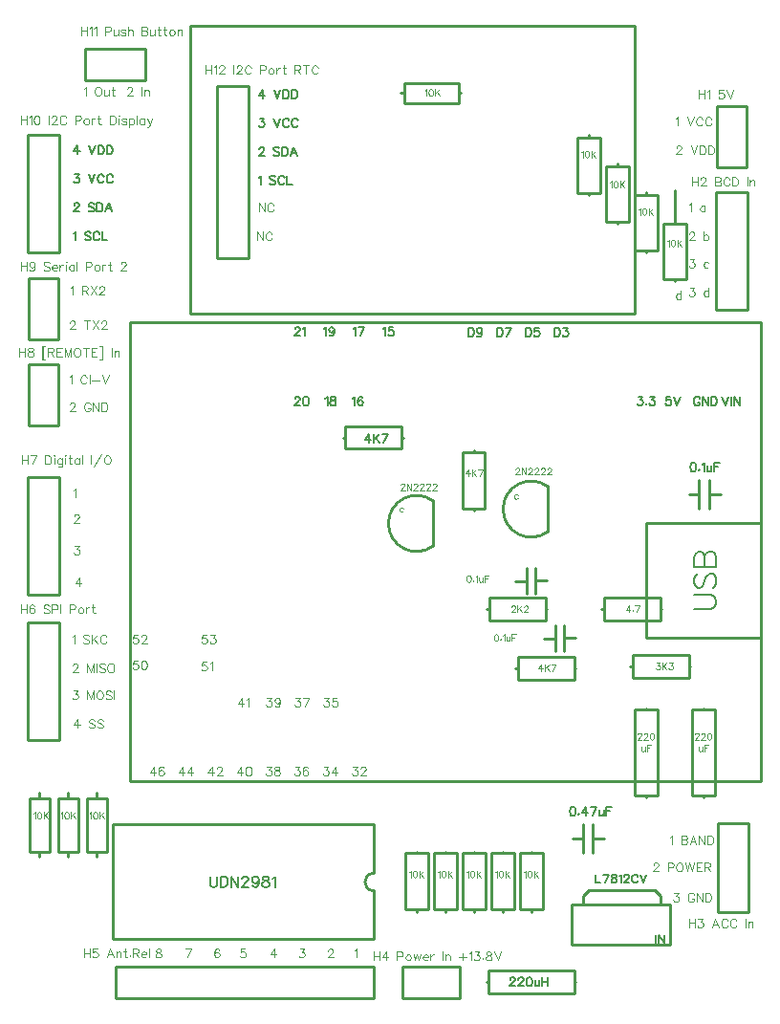
<source format=gto>
G04 Layer: TopSilkLayer*
G04 EasyEDA v6.4.21, 2021-08-27T10:15:53+02:00*
G04 9e47797760d14a1ba145978a01478d27,3a21a940fc264e4589df007fb316c5b6,10*
G04 Gerber Generator version 0.2*
G04 Scale: 100 percent, Rotated: No, Reflected: No *
G04 Dimensions in millimeters *
G04 leading zeros omitted , absolute positions ,4 integer and 5 decimal *
%FSLAX45Y45*%
%MOMM*%

%ADD10C,0.2540*%
%ADD19C,0.2032*%
%ADD20C,0.1400*%
%ADD21C,0.1200*%
%ADD22C,0.2000*%
%ADD23C,0.1800*%

%LPD*%
D19*
X9320022Y3810000D02*
G01*
X9458452Y3810000D01*
X9486138Y3819144D01*
X9504679Y3837686D01*
X9513824Y3865371D01*
X9513824Y3883913D01*
X9504679Y3911600D01*
X9486138Y3930142D01*
X9458452Y3939286D01*
X9320022Y3939286D01*
X9347708Y4129531D02*
G01*
X9329165Y4110989D01*
X9320022Y4083304D01*
X9320022Y4046473D01*
X9329165Y4018787D01*
X9347708Y4000245D01*
X9366250Y4000245D01*
X9384538Y4009389D01*
X9393936Y4018787D01*
X9403079Y4037329D01*
X9421622Y4092702D01*
X9430765Y4110989D01*
X9439909Y4120387D01*
X9458452Y4129531D01*
X9486138Y4129531D01*
X9504679Y4110989D01*
X9513824Y4083304D01*
X9513824Y4046473D01*
X9504679Y4018787D01*
X9486138Y4000245D01*
X9320022Y4190492D02*
G01*
X9513824Y4190492D01*
X9320022Y4190492D02*
G01*
X9320022Y4273550D01*
X9329165Y4301489D01*
X9338309Y4310634D01*
X9356852Y4319778D01*
X9375393Y4319778D01*
X9393936Y4310634D01*
X9403079Y4301489D01*
X9412224Y4273550D01*
X9412224Y4190492D02*
G01*
X9412224Y4273550D01*
X9421622Y4301489D01*
X9430765Y4310634D01*
X9449308Y4319778D01*
X9476993Y4319778D01*
X9495536Y4310634D01*
X9504679Y4301489D01*
X9513824Y4273550D01*
X9513824Y4190492D01*
D20*
X9563100Y5694171D02*
G01*
X9592309Y5617718D01*
X9621265Y5694171D02*
G01*
X9592309Y5617718D01*
X9645395Y5694171D02*
G01*
X9645395Y5617718D01*
X9669272Y5694171D02*
G01*
X9669272Y5617718D01*
X9669272Y5694171D02*
G01*
X9720072Y5617718D01*
X9720072Y5694171D02*
G01*
X9720072Y5617718D01*
X9367774Y5675884D02*
G01*
X9364218Y5683250D01*
X9356852Y5690615D01*
X9349740Y5694171D01*
X9335261Y5694171D01*
X9327895Y5690615D01*
X9320529Y5683250D01*
X9316974Y5675884D01*
X9313418Y5664962D01*
X9313418Y5646928D01*
X9316974Y5636005D01*
X9320529Y5628639D01*
X9327895Y5621273D01*
X9335261Y5617718D01*
X9349740Y5617718D01*
X9356852Y5621273D01*
X9364218Y5628639D01*
X9367774Y5636005D01*
X9367774Y5646928D01*
X9349740Y5646928D02*
G01*
X9367774Y5646928D01*
X9391904Y5694171D02*
G01*
X9391904Y5617718D01*
X9391904Y5694171D02*
G01*
X9442704Y5617718D01*
X9442704Y5694171D02*
G01*
X9442704Y5617718D01*
X9466834Y5694171D02*
G01*
X9466834Y5617718D01*
X9466834Y5694171D02*
G01*
X9492234Y5694171D01*
X9503156Y5690615D01*
X9510522Y5683250D01*
X9514077Y5675884D01*
X9517634Y5664962D01*
X9517634Y5646928D01*
X9514077Y5636005D01*
X9510522Y5628639D01*
X9503156Y5621273D01*
X9492234Y5617718D01*
X9466834Y5617718D01*
X9107170Y5694171D02*
G01*
X9070847Y5694171D01*
X9067291Y5661405D01*
X9070847Y5664962D01*
X9081770Y5668771D01*
X9092691Y5668771D01*
X9103613Y5664962D01*
X9110725Y5657850D01*
X9114536Y5646928D01*
X9114536Y5639562D01*
X9110725Y5628639D01*
X9103613Y5621273D01*
X9092691Y5617718D01*
X9081770Y5617718D01*
X9070847Y5621273D01*
X9067291Y5625084D01*
X9063481Y5632195D01*
X9138411Y5694171D02*
G01*
X9167622Y5617718D01*
X9196577Y5694171D02*
G01*
X9167622Y5617718D01*
X8821165Y5694171D02*
G01*
X8861043Y5694171D01*
X8839200Y5664962D01*
X8850122Y5664962D01*
X8857488Y5661405D01*
X8861043Y5657850D01*
X8864600Y5646928D01*
X8864600Y5639562D01*
X8861043Y5628639D01*
X8853677Y5621273D01*
X8843009Y5617718D01*
X8832088Y5617718D01*
X8821165Y5621273D01*
X8817356Y5625084D01*
X8813800Y5632195D01*
X8892286Y5636005D02*
G01*
X8888729Y5632195D01*
X8892286Y5628639D01*
X8896095Y5632195D01*
X8892286Y5636005D01*
X8927338Y5694171D02*
G01*
X8967215Y5694171D01*
X8945372Y5664962D01*
X8956293Y5664962D01*
X8963659Y5661405D01*
X8967215Y5657850D01*
X8970772Y5646928D01*
X8970772Y5639562D01*
X8967215Y5628639D01*
X8960104Y5621273D01*
X8949181Y5617718D01*
X8938259Y5617718D01*
X8927338Y5621273D01*
X8923527Y5625084D01*
X8919972Y5632195D01*
X8077200Y6303771D02*
G01*
X8077200Y6227318D01*
X8077200Y6303771D02*
G01*
X8102600Y6303771D01*
X8113522Y6300215D01*
X8120888Y6292850D01*
X8124443Y6285484D01*
X8128000Y6274562D01*
X8128000Y6256528D01*
X8124443Y6245605D01*
X8120888Y6238239D01*
X8113522Y6230873D01*
X8102600Y6227318D01*
X8077200Y6227318D01*
X8159495Y6303771D02*
G01*
X8199374Y6303771D01*
X8177529Y6274562D01*
X8188452Y6274562D01*
X8195818Y6271005D01*
X8199374Y6267450D01*
X8202929Y6256528D01*
X8202929Y6249162D01*
X8199374Y6238239D01*
X8192008Y6230873D01*
X8181086Y6227318D01*
X8170163Y6227318D01*
X8159495Y6230873D01*
X8155686Y6234684D01*
X8152129Y6241795D01*
X7823200Y6303771D02*
G01*
X7823200Y6227318D01*
X7823200Y6303771D02*
G01*
X7848600Y6303771D01*
X7859522Y6300215D01*
X7866888Y6292850D01*
X7870443Y6285484D01*
X7874000Y6274562D01*
X7874000Y6256528D01*
X7870443Y6245605D01*
X7866888Y6238239D01*
X7859522Y6230873D01*
X7848600Y6227318D01*
X7823200Y6227318D01*
X7941818Y6303771D02*
G01*
X7905495Y6303771D01*
X7901686Y6271005D01*
X7905495Y6274562D01*
X7916163Y6278371D01*
X7927086Y6278371D01*
X7938008Y6274562D01*
X7945374Y6267450D01*
X7948929Y6256528D01*
X7948929Y6249162D01*
X7945374Y6238239D01*
X7938008Y6230873D01*
X7927086Y6227318D01*
X7916163Y6227318D01*
X7905495Y6230873D01*
X7901686Y6234684D01*
X7898129Y6241795D01*
X7569200Y6303771D02*
G01*
X7569200Y6227318D01*
X7569200Y6303771D02*
G01*
X7594600Y6303771D01*
X7605522Y6300215D01*
X7612888Y6292850D01*
X7616443Y6285484D01*
X7620000Y6274562D01*
X7620000Y6256528D01*
X7616443Y6245605D01*
X7612888Y6238239D01*
X7605522Y6230873D01*
X7594600Y6227318D01*
X7569200Y6227318D01*
X7694929Y6303771D02*
G01*
X7658608Y6227318D01*
X7644129Y6303771D02*
G01*
X7694929Y6303771D01*
X7315200Y6303771D02*
G01*
X7315200Y6227318D01*
X7315200Y6303771D02*
G01*
X7340600Y6303771D01*
X7351522Y6300215D01*
X7358888Y6292850D01*
X7362443Y6285484D01*
X7366000Y6274562D01*
X7366000Y6256528D01*
X7362443Y6245605D01*
X7358888Y6238239D01*
X7351522Y6230873D01*
X7340600Y6227318D01*
X7315200Y6227318D01*
X7437374Y6278371D02*
G01*
X7433818Y6267450D01*
X7426452Y6260084D01*
X7415529Y6256528D01*
X7411974Y6256528D01*
X7401052Y6260084D01*
X7393686Y6267450D01*
X7390129Y6278371D01*
X7390129Y6281928D01*
X7393686Y6292850D01*
X7401052Y6300215D01*
X7411974Y6303771D01*
X7415529Y6303771D01*
X7426452Y6300215D01*
X7433818Y6292850D01*
X7437374Y6278371D01*
X7437374Y6260084D01*
X7433818Y6241795D01*
X7426452Y6230873D01*
X7415529Y6227318D01*
X7408163Y6227318D01*
X7397495Y6230873D01*
X7393686Y6238239D01*
X6565900Y6295644D02*
G01*
X6573265Y6299200D01*
X6584188Y6310121D01*
X6584188Y6233668D01*
X6651752Y6310121D02*
G01*
X6615429Y6310121D01*
X6611620Y6277355D01*
X6615429Y6280912D01*
X6626352Y6284721D01*
X6637274Y6284721D01*
X6648195Y6280912D01*
X6655308Y6273800D01*
X6658863Y6262878D01*
X6658863Y6255512D01*
X6655308Y6244589D01*
X6648195Y6237223D01*
X6637274Y6233668D01*
X6626352Y6233668D01*
X6615429Y6237223D01*
X6611620Y6241034D01*
X6608063Y6248145D01*
X6296152Y5679694D02*
G01*
X6303518Y5683250D01*
X6314440Y5694171D01*
X6314440Y5617718D01*
X6382004Y5683250D02*
G01*
X6378447Y5690615D01*
X6367525Y5694171D01*
X6360159Y5694171D01*
X6349238Y5690615D01*
X6341872Y5679694D01*
X6338315Y5661405D01*
X6338315Y5643118D01*
X6341872Y5628639D01*
X6349238Y5621273D01*
X6360159Y5617718D01*
X6363715Y5617718D01*
X6374638Y5621273D01*
X6382004Y5628639D01*
X6385559Y5639562D01*
X6385559Y5643118D01*
X6382004Y5654039D01*
X6374638Y5661405D01*
X6363715Y5664962D01*
X6360159Y5664962D01*
X6349238Y5661405D01*
X6341872Y5654039D01*
X6338315Y5643118D01*
X6303434Y6295644D02*
G01*
X6310800Y6299200D01*
X6321722Y6310121D01*
X6321722Y6233668D01*
X6396398Y6310121D02*
G01*
X6360076Y6233668D01*
X6345598Y6310121D02*
G01*
X6396398Y6310121D01*
X6051806Y5679694D02*
G01*
X6059172Y5683250D01*
X6070094Y5694171D01*
X6070094Y5617718D01*
X6112258Y5694171D02*
G01*
X6101336Y5690615D01*
X6097526Y5683250D01*
X6097526Y5675884D01*
X6101336Y5668771D01*
X6108448Y5664962D01*
X6123180Y5661405D01*
X6134102Y5657850D01*
X6141214Y5650484D01*
X6144770Y5643118D01*
X6144770Y5632195D01*
X6141214Y5625084D01*
X6137658Y5621273D01*
X6126736Y5617718D01*
X6112258Y5617718D01*
X6101336Y5621273D01*
X6097526Y5625084D01*
X6093970Y5632195D01*
X6093970Y5643118D01*
X6097526Y5650484D01*
X6104892Y5657850D01*
X6115814Y5661405D01*
X6130292Y5664962D01*
X6137658Y5668771D01*
X6141214Y5675884D01*
X6141214Y5683250D01*
X6137658Y5690615D01*
X6126736Y5694171D01*
X6112258Y5694171D01*
X6040965Y6295644D02*
G01*
X6048331Y6299200D01*
X6059253Y6310121D01*
X6059253Y6233668D01*
X6130373Y6284721D02*
G01*
X6126817Y6273800D01*
X6119451Y6266434D01*
X6108529Y6262878D01*
X6104973Y6262878D01*
X6094051Y6266434D01*
X6086685Y6273800D01*
X6083129Y6284721D01*
X6083129Y6288278D01*
X6086685Y6299200D01*
X6094051Y6306565D01*
X6104973Y6310121D01*
X6108529Y6310121D01*
X6119451Y6306565D01*
X6126817Y6299200D01*
X6130373Y6284721D01*
X6130373Y6266434D01*
X6126817Y6248145D01*
X6119451Y6237223D01*
X6108529Y6233668D01*
X6101417Y6233668D01*
X6090495Y6237223D01*
X6086685Y6244589D01*
X5782056Y5675884D02*
G01*
X5782056Y5679694D01*
X5785865Y5686805D01*
X5789422Y5690615D01*
X5796788Y5694171D01*
X5811265Y5694171D01*
X5818377Y5690615D01*
X5822188Y5686805D01*
X5825743Y5679694D01*
X5825743Y5672328D01*
X5822188Y5664962D01*
X5814822Y5654039D01*
X5778500Y5617718D01*
X5829300Y5617718D01*
X5875274Y5694171D02*
G01*
X5864352Y5690615D01*
X5856986Y5679694D01*
X5853429Y5661405D01*
X5853429Y5650484D01*
X5856986Y5632195D01*
X5864352Y5621273D01*
X5875274Y5617718D01*
X5882386Y5617718D01*
X5893308Y5621273D01*
X5900674Y5632195D01*
X5904229Y5650484D01*
X5904229Y5661405D01*
X5900674Y5679694D01*
X5893308Y5690615D01*
X5882386Y5694171D01*
X5875274Y5694171D01*
X5782056Y6291834D02*
G01*
X5782056Y6295644D01*
X5785865Y6302755D01*
X5789422Y6306565D01*
X5796788Y6310121D01*
X5811265Y6310121D01*
X5818377Y6306565D01*
X5822188Y6302755D01*
X5825743Y6295644D01*
X5825743Y6288278D01*
X5822188Y6280912D01*
X5814822Y6269989D01*
X5778500Y6233668D01*
X5829300Y6233668D01*
X5853429Y6295644D02*
G01*
X5860795Y6299200D01*
X5871463Y6310121D01*
X5871463Y6233668D01*
X3859022Y7916671D02*
G01*
X3822700Y7865618D01*
X3877309Y7865618D01*
X3859022Y7916671D02*
G01*
X3859022Y7840218D01*
X3957320Y7916671D02*
G01*
X3986275Y7840218D01*
X4015486Y7916671D02*
G01*
X3986275Y7840218D01*
X4039361Y7916671D02*
G01*
X4039361Y7840218D01*
X4039361Y7916671D02*
G01*
X4064761Y7916671D01*
X4075684Y7913115D01*
X4083050Y7905750D01*
X4086606Y7898384D01*
X4090415Y7887462D01*
X4090415Y7869428D01*
X4086606Y7858505D01*
X4083050Y7851139D01*
X4075684Y7843773D01*
X4064761Y7840218D01*
X4039361Y7840218D01*
X4114291Y7916671D02*
G01*
X4114291Y7840218D01*
X4114291Y7916671D02*
G01*
X4139691Y7916671D01*
X4150613Y7913115D01*
X4157979Y7905750D01*
X4161536Y7898384D01*
X4165345Y7887462D01*
X4165345Y7869428D01*
X4161536Y7858505D01*
X4157979Y7851139D01*
X4150613Y7843773D01*
X4139691Y7840218D01*
X4114291Y7840218D01*
X3830065Y7662671D02*
G01*
X3869943Y7662671D01*
X3848100Y7633462D01*
X3859022Y7633462D01*
X3866388Y7629905D01*
X3869943Y7626350D01*
X3873500Y7615428D01*
X3873500Y7608062D01*
X3869943Y7597139D01*
X3862577Y7589773D01*
X3851909Y7586218D01*
X3840988Y7586218D01*
X3830065Y7589773D01*
X3826256Y7593584D01*
X3822700Y7600695D01*
X3953509Y7662671D02*
G01*
X3982720Y7586218D01*
X4011675Y7662671D02*
G01*
X3982720Y7586218D01*
X4090415Y7644384D02*
G01*
X4086606Y7651750D01*
X4079493Y7659115D01*
X4072127Y7662671D01*
X4057650Y7662671D01*
X4050284Y7659115D01*
X4043172Y7651750D01*
X4039361Y7644384D01*
X4035806Y7633462D01*
X4035806Y7615428D01*
X4039361Y7604505D01*
X4043172Y7597139D01*
X4050284Y7589773D01*
X4057650Y7586218D01*
X4072127Y7586218D01*
X4079493Y7589773D01*
X4086606Y7597139D01*
X4090415Y7604505D01*
X4168902Y7644384D02*
G01*
X4165345Y7651750D01*
X4157979Y7659115D01*
X4150613Y7662671D01*
X4136136Y7662671D01*
X4128770Y7659115D01*
X4121658Y7651750D01*
X4117847Y7644384D01*
X4114291Y7633462D01*
X4114291Y7615428D01*
X4117847Y7604505D01*
X4121658Y7597139D01*
X4128770Y7589773D01*
X4136136Y7586218D01*
X4150613Y7586218D01*
X4157979Y7589773D01*
X4165345Y7597139D01*
X4168902Y7604505D01*
X3826256Y7390384D02*
G01*
X3826256Y7394194D01*
X3830065Y7401305D01*
X3833622Y7405115D01*
X3840988Y7408671D01*
X3855465Y7408671D01*
X3862577Y7405115D01*
X3866388Y7401305D01*
X3869943Y7394194D01*
X3869943Y7386828D01*
X3866388Y7379462D01*
X3859022Y7368539D01*
X3822700Y7332218D01*
X3873500Y7332218D01*
X4004563Y7397750D02*
G01*
X3997197Y7405115D01*
X3986275Y7408671D01*
X3971797Y7408671D01*
X3960875Y7405115D01*
X3953509Y7397750D01*
X3953509Y7390384D01*
X3957320Y7383271D01*
X3960875Y7379462D01*
X3968241Y7375905D01*
X3990086Y7368539D01*
X3997197Y7364984D01*
X4001008Y7361428D01*
X4004563Y7354062D01*
X4004563Y7343139D01*
X3997197Y7335773D01*
X3986275Y7332218D01*
X3971797Y7332218D01*
X3960875Y7335773D01*
X3953509Y7343139D01*
X4028440Y7408671D02*
G01*
X4028440Y7332218D01*
X4028440Y7408671D02*
G01*
X4054093Y7408671D01*
X4064761Y7405115D01*
X4072127Y7397750D01*
X4075684Y7390384D01*
X4079493Y7379462D01*
X4079493Y7361428D01*
X4075684Y7350505D01*
X4072127Y7343139D01*
X4064761Y7335773D01*
X4054093Y7332218D01*
X4028440Y7332218D01*
X4132579Y7408671D02*
G01*
X4103370Y7332218D01*
X4132579Y7408671D02*
G01*
X4161536Y7332218D01*
X4114291Y7357618D02*
G01*
X4150613Y7357618D01*
X3822700Y7140194D02*
G01*
X3830065Y7143750D01*
X3840988Y7154671D01*
X3840988Y7078218D01*
X3971797Y7143750D02*
G01*
X3964431Y7151115D01*
X3953509Y7154671D01*
X3939031Y7154671D01*
X3928109Y7151115D01*
X3920997Y7143750D01*
X3920997Y7136384D01*
X3924554Y7129271D01*
X3928109Y7125462D01*
X3935475Y7121905D01*
X3957320Y7114539D01*
X3964431Y7110984D01*
X3968241Y7107428D01*
X3971797Y7100062D01*
X3971797Y7089139D01*
X3964431Y7081773D01*
X3953509Y7078218D01*
X3939031Y7078218D01*
X3928109Y7081773D01*
X3920997Y7089139D01*
X4050284Y7136384D02*
G01*
X4046727Y7143750D01*
X4039361Y7151115D01*
X4032250Y7154671D01*
X4017518Y7154671D01*
X4010406Y7151115D01*
X4003040Y7143750D01*
X3999484Y7136384D01*
X3995674Y7125462D01*
X3995674Y7107428D01*
X3999484Y7096505D01*
X4003040Y7089139D01*
X4010406Y7081773D01*
X4017518Y7078218D01*
X4032250Y7078218D01*
X4039361Y7081773D01*
X4046727Y7089139D01*
X4050284Y7096505D01*
X4074413Y7154671D02*
G01*
X4074413Y7078218D01*
X4074413Y7078218D02*
G01*
X4117847Y7078218D01*
X6437122Y5363253D02*
G01*
X6400800Y5312199D01*
X6455409Y5312199D01*
X6437122Y5363253D02*
G01*
X6437122Y5286799D01*
X6479286Y5363253D02*
G01*
X6479286Y5286799D01*
X6530340Y5363253D02*
G01*
X6479286Y5312199D01*
X6497574Y5330487D02*
G01*
X6530340Y5286799D01*
X6605270Y5363253D02*
G01*
X6568693Y5286799D01*
X6554215Y5363253D02*
G01*
X6605270Y5363253D01*
D19*
X5029200Y1447037D02*
G01*
X5029200Y1378965D01*
X5033772Y1365250D01*
X5042915Y1356105D01*
X5056377Y1351534D01*
X5065522Y1351534D01*
X5079238Y1356105D01*
X5088381Y1365250D01*
X5092954Y1378965D01*
X5092954Y1447037D01*
X5122925Y1447037D02*
G01*
X5122925Y1351534D01*
X5122925Y1447037D02*
G01*
X5154675Y1447037D01*
X5168391Y1442465D01*
X5177281Y1433576D01*
X5181854Y1424431D01*
X5186425Y1410715D01*
X5186425Y1388110D01*
X5181854Y1374394D01*
X5177281Y1365250D01*
X5168391Y1356105D01*
X5154675Y1351534D01*
X5122925Y1351534D01*
X5216397Y1447037D02*
G01*
X5216397Y1351534D01*
X5216397Y1447037D02*
G01*
X5280152Y1351534D01*
X5280152Y1447037D02*
G01*
X5280152Y1351534D01*
X5314695Y1424431D02*
G01*
X5314695Y1429004D01*
X5319268Y1437894D01*
X5323840Y1442465D01*
X5332729Y1447037D01*
X5351018Y1447037D01*
X5360161Y1442465D01*
X5364734Y1437894D01*
X5369306Y1429004D01*
X5369306Y1419860D01*
X5364734Y1410715D01*
X5355590Y1397000D01*
X5310124Y1351534D01*
X5373624Y1351534D01*
X5462777Y1415287D02*
G01*
X5458206Y1401571D01*
X5449315Y1392681D01*
X5435600Y1388110D01*
X5431027Y1388110D01*
X5417311Y1392681D01*
X5408168Y1401571D01*
X5403850Y1415287D01*
X5403850Y1419860D01*
X5408168Y1433576D01*
X5417311Y1442465D01*
X5431027Y1447037D01*
X5435600Y1447037D01*
X5449315Y1442465D01*
X5458206Y1433576D01*
X5462777Y1415287D01*
X5462777Y1392681D01*
X5458206Y1369821D01*
X5449315Y1356105D01*
X5435600Y1351534D01*
X5426456Y1351534D01*
X5412740Y1356105D01*
X5408168Y1365250D01*
X5515609Y1447037D02*
G01*
X5501893Y1442465D01*
X5497322Y1433576D01*
X5497322Y1424431D01*
X5501893Y1415287D01*
X5511038Y1410715D01*
X5529325Y1406144D01*
X5542788Y1401571D01*
X5551931Y1392681D01*
X5556504Y1383537D01*
X5556504Y1369821D01*
X5551931Y1360678D01*
X5547359Y1356105D01*
X5533643Y1351534D01*
X5515609Y1351534D01*
X5501893Y1356105D01*
X5497322Y1360678D01*
X5492750Y1369821D01*
X5492750Y1383537D01*
X5497322Y1392681D01*
X5506465Y1401571D01*
X5520181Y1406144D01*
X5538215Y1410715D01*
X5547359Y1415287D01*
X5551931Y1424431D01*
X5551931Y1433576D01*
X5547359Y1442465D01*
X5533643Y1447037D01*
X5515609Y1447037D01*
X5586475Y1429004D02*
G01*
X5595620Y1433576D01*
X5609081Y1447037D01*
X5609081Y1351534D01*
X7687056Y532384D02*
G01*
X7687056Y536194D01*
X7690865Y543305D01*
X7694422Y547115D01*
X7701788Y550671D01*
X7716265Y550671D01*
X7723377Y547115D01*
X7727188Y543305D01*
X7730743Y536194D01*
X7730743Y528828D01*
X7727188Y521462D01*
X7719822Y510539D01*
X7683500Y474218D01*
X7734300Y474218D01*
X7761986Y532384D02*
G01*
X7761986Y536194D01*
X7765795Y543305D01*
X7769352Y547115D01*
X7776463Y550671D01*
X7791195Y550671D01*
X7798308Y547115D01*
X7802118Y543305D01*
X7805674Y536194D01*
X7805674Y528828D01*
X7802118Y521462D01*
X7794752Y510539D01*
X7758429Y474218D01*
X7809229Y474218D01*
X7855204Y550671D02*
G01*
X7844281Y547115D01*
X7836915Y536194D01*
X7833359Y517905D01*
X7833359Y506984D01*
X7836915Y488695D01*
X7844281Y477773D01*
X7855204Y474218D01*
X7862315Y474218D01*
X7873238Y477773D01*
X7880604Y488695D01*
X7884159Y506984D01*
X7884159Y517905D01*
X7880604Y536194D01*
X7873238Y547115D01*
X7862315Y550671D01*
X7855204Y550671D01*
X7908290Y525271D02*
G01*
X7908290Y488695D01*
X7911845Y477773D01*
X7919211Y474218D01*
X7930134Y474218D01*
X7937245Y477773D01*
X7948168Y488695D01*
X7948168Y525271D02*
G01*
X7948168Y474218D01*
X7972297Y550671D02*
G01*
X7972297Y474218D01*
X8023097Y550671D02*
G01*
X8023097Y474218D01*
X7972297Y514350D02*
G01*
X8023097Y514350D01*
D21*
X7810500Y1484629D02*
G01*
X7815834Y1487423D01*
X7824215Y1495552D01*
X7824215Y1438402D01*
X7858506Y1495552D02*
G01*
X7850377Y1493012D01*
X7844790Y1484629D01*
X7842250Y1471168D01*
X7842250Y1463039D01*
X7844790Y1449323D01*
X7850377Y1441195D01*
X7858506Y1438402D01*
X7863840Y1438402D01*
X7872222Y1441195D01*
X7877556Y1449323D01*
X7880350Y1463039D01*
X7880350Y1471168D01*
X7877556Y1484629D01*
X7872222Y1493012D01*
X7863840Y1495552D01*
X7858506Y1495552D01*
X7898384Y1495552D02*
G01*
X7898384Y1438402D01*
X7936484Y1495552D02*
G01*
X7898384Y1457452D01*
X7911845Y1471168D02*
G01*
X7936484Y1438402D01*
X7556500Y1484629D02*
G01*
X7561834Y1487423D01*
X7570215Y1495552D01*
X7570215Y1438402D01*
X7604506Y1495552D02*
G01*
X7596377Y1493012D01*
X7590790Y1484629D01*
X7588250Y1471168D01*
X7588250Y1463039D01*
X7590790Y1449323D01*
X7596377Y1441195D01*
X7604506Y1438402D01*
X7609840Y1438402D01*
X7618222Y1441195D01*
X7623556Y1449323D01*
X7626350Y1463039D01*
X7626350Y1471168D01*
X7623556Y1484629D01*
X7618222Y1493012D01*
X7609840Y1495552D01*
X7604506Y1495552D01*
X7644384Y1495552D02*
G01*
X7644384Y1438402D01*
X7682484Y1495552D02*
G01*
X7644384Y1457452D01*
X7657845Y1471168D02*
G01*
X7682484Y1438402D01*
X7302500Y1484629D02*
G01*
X7307834Y1487423D01*
X7316215Y1495552D01*
X7316215Y1438402D01*
X7350506Y1495552D02*
G01*
X7342377Y1493012D01*
X7336790Y1484629D01*
X7334250Y1471168D01*
X7334250Y1463039D01*
X7336790Y1449323D01*
X7342377Y1441195D01*
X7350506Y1438402D01*
X7355840Y1438402D01*
X7364222Y1441195D01*
X7369556Y1449323D01*
X7372350Y1463039D01*
X7372350Y1471168D01*
X7369556Y1484629D01*
X7364222Y1493012D01*
X7355840Y1495552D01*
X7350506Y1495552D01*
X7390384Y1495552D02*
G01*
X7390384Y1438402D01*
X7428484Y1495552D02*
G01*
X7390384Y1457452D01*
X7403845Y1471168D02*
G01*
X7428484Y1438402D01*
X7048500Y1484629D02*
G01*
X7053834Y1487423D01*
X7062215Y1495552D01*
X7062215Y1438402D01*
X7096506Y1495552D02*
G01*
X7088377Y1493012D01*
X7082790Y1484629D01*
X7080250Y1471168D01*
X7080250Y1463039D01*
X7082790Y1449323D01*
X7088377Y1441195D01*
X7096506Y1438402D01*
X7101840Y1438402D01*
X7110222Y1441195D01*
X7115556Y1449323D01*
X7118350Y1463039D01*
X7118350Y1471168D01*
X7115556Y1484629D01*
X7110222Y1493012D01*
X7101840Y1495552D01*
X7096506Y1495552D01*
X7136384Y1495552D02*
G01*
X7136384Y1438402D01*
X7174484Y1495552D02*
G01*
X7136384Y1457452D01*
X7149845Y1471168D02*
G01*
X7174484Y1438402D01*
X6794500Y1484629D02*
G01*
X6799834Y1487423D01*
X6808215Y1495552D01*
X6808215Y1438402D01*
X6842506Y1495552D02*
G01*
X6834377Y1493012D01*
X6828790Y1484629D01*
X6826250Y1471168D01*
X6826250Y1463039D01*
X6828790Y1449323D01*
X6834377Y1441195D01*
X6842506Y1438402D01*
X6847840Y1438402D01*
X6856222Y1441195D01*
X6861556Y1449323D01*
X6864350Y1463039D01*
X6864350Y1471168D01*
X6861556Y1484629D01*
X6856222Y1493012D01*
X6847840Y1495552D01*
X6842506Y1495552D01*
X6882384Y1495552D02*
G01*
X6882384Y1438402D01*
X6920484Y1495552D02*
G01*
X6882384Y1457452D01*
X6895845Y1471168D02*
G01*
X6920484Y1438402D01*
X3962400Y2005329D02*
G01*
X3967734Y2008123D01*
X3976115Y2016252D01*
X3976115Y1959102D01*
X4010406Y2016252D02*
G01*
X4002277Y2013712D01*
X3996690Y2005329D01*
X3994150Y1991868D01*
X3994150Y1983739D01*
X3996690Y1970023D01*
X4002277Y1961895D01*
X4010406Y1959102D01*
X4015740Y1959102D01*
X4024122Y1961895D01*
X4029456Y1970023D01*
X4032250Y1983739D01*
X4032250Y1991868D01*
X4029456Y2005329D01*
X4024122Y2013712D01*
X4015740Y2016252D01*
X4010406Y2016252D01*
X4050284Y2016252D02*
G01*
X4050284Y1959102D01*
X4088384Y2016252D02*
G01*
X4050284Y1978152D01*
X4063745Y1991868D02*
G01*
X4088384Y1959102D01*
X3708400Y2005329D02*
G01*
X3713734Y2008123D01*
X3722115Y2016252D01*
X3722115Y1959102D01*
X3756406Y2016252D02*
G01*
X3748277Y2013712D01*
X3742690Y2005329D01*
X3740150Y1991868D01*
X3740150Y1983739D01*
X3742690Y1970023D01*
X3748277Y1961895D01*
X3756406Y1959102D01*
X3761740Y1959102D01*
X3770122Y1961895D01*
X3775456Y1970023D01*
X3778250Y1983739D01*
X3778250Y1991868D01*
X3775456Y2005329D01*
X3770122Y2013712D01*
X3761740Y2016252D01*
X3756406Y2016252D01*
X3796284Y2016252D02*
G01*
X3796284Y1959102D01*
X3834384Y2016252D02*
G01*
X3796284Y1978152D01*
X3809745Y1991868D02*
G01*
X3834384Y1959102D01*
X3467100Y2005329D02*
G01*
X3472434Y2008123D01*
X3480815Y2016252D01*
X3480815Y1959102D01*
X3515106Y2016252D02*
G01*
X3506977Y2013712D01*
X3501390Y2005329D01*
X3498850Y1991868D01*
X3498850Y1983739D01*
X3501390Y1970023D01*
X3506977Y1961895D01*
X3515106Y1959102D01*
X3520440Y1959102D01*
X3528822Y1961895D01*
X3534156Y1970023D01*
X3536950Y1983739D01*
X3536950Y1991868D01*
X3534156Y2005329D01*
X3528822Y2013712D01*
X3520440Y2016252D01*
X3515106Y2016252D01*
X3554984Y2016252D02*
G01*
X3554984Y1959102D01*
X3593084Y2016252D02*
G01*
X3554984Y1978152D01*
X3568445Y1991868D02*
G01*
X3593084Y1959102D01*
X7317511Y5051552D02*
G01*
X7290333Y5013452D01*
X7331227Y5013452D01*
X7317511Y5051552D02*
G01*
X7317511Y4994402D01*
X7349261Y5051552D02*
G01*
X7349261Y4994402D01*
X7387361Y5051552D02*
G01*
X7349261Y5013452D01*
X7362977Y5027168D02*
G01*
X7387361Y4994402D01*
X7443495Y5051552D02*
G01*
X7416317Y4994402D01*
X7405395Y5051552D02*
G01*
X7443495Y5051552D01*
X6721093Y4911089D02*
G01*
X6721093Y4913629D01*
X6723634Y4919218D01*
X6726427Y4922012D01*
X6732015Y4924552D01*
X6742938Y4924552D01*
X6748272Y4922012D01*
X6751065Y4919218D01*
X6753859Y4913629D01*
X6753859Y4908295D01*
X6751065Y4902707D01*
X6745477Y4894579D01*
X6718300Y4867402D01*
X6756400Y4867402D01*
X6774434Y4924552D02*
G01*
X6774434Y4867402D01*
X6774434Y4924552D02*
G01*
X6812788Y4867402D01*
X6812788Y4924552D02*
G01*
X6812788Y4867402D01*
X6833361Y4911089D02*
G01*
X6833361Y4913629D01*
X6836156Y4919218D01*
X6838950Y4922012D01*
X6844284Y4924552D01*
X6855206Y4924552D01*
X6860540Y4922012D01*
X6863334Y4919218D01*
X6866127Y4913629D01*
X6866127Y4908295D01*
X6863334Y4902707D01*
X6858000Y4894579D01*
X6830568Y4867402D01*
X6868922Y4867402D01*
X6889495Y4911089D02*
G01*
X6889495Y4913629D01*
X6892290Y4919218D01*
X6895084Y4922012D01*
X6900418Y4924552D01*
X6911340Y4924552D01*
X6916927Y4922012D01*
X6919468Y4919218D01*
X6922261Y4913629D01*
X6922261Y4908295D01*
X6919468Y4902707D01*
X6914134Y4894579D01*
X6886956Y4867402D01*
X6925056Y4867402D01*
X6945629Y4911089D02*
G01*
X6945629Y4913629D01*
X6948424Y4919218D01*
X6951218Y4922012D01*
X6956552Y4924552D01*
X6967474Y4924552D01*
X6973061Y4922012D01*
X6975856Y4919218D01*
X6978395Y4913629D01*
X6978395Y4908295D01*
X6975856Y4902707D01*
X6970268Y4894579D01*
X6943090Y4867402D01*
X6981190Y4867402D01*
X7002018Y4911089D02*
G01*
X7002018Y4913629D01*
X7004558Y4919218D01*
X7007352Y4922012D01*
X7012940Y4924552D01*
X7023861Y4924552D01*
X7029195Y4922012D01*
X7031990Y4919218D01*
X7034784Y4913629D01*
X7034784Y4908295D01*
X7031990Y4902707D01*
X7026402Y4894579D01*
X6999224Y4867402D01*
X7037324Y4867402D01*
X7737093Y5050789D02*
G01*
X7737093Y5053329D01*
X7739634Y5058918D01*
X7742427Y5061712D01*
X7748015Y5064252D01*
X7758938Y5064252D01*
X7764272Y5061712D01*
X7767065Y5058918D01*
X7769859Y5053329D01*
X7769859Y5047995D01*
X7767065Y5042407D01*
X7761477Y5034279D01*
X7734300Y5007102D01*
X7772400Y5007102D01*
X7790434Y5064252D02*
G01*
X7790434Y5007102D01*
X7790434Y5064252D02*
G01*
X7828788Y5007102D01*
X7828788Y5064252D02*
G01*
X7828788Y5007102D01*
X7849361Y5050789D02*
G01*
X7849361Y5053329D01*
X7852156Y5058918D01*
X7854950Y5061712D01*
X7860284Y5064252D01*
X7871206Y5064252D01*
X7876540Y5061712D01*
X7879334Y5058918D01*
X7882127Y5053329D01*
X7882127Y5047995D01*
X7879334Y5042407D01*
X7874000Y5034279D01*
X7846568Y5007102D01*
X7884922Y5007102D01*
X7905495Y5050789D02*
G01*
X7905495Y5053329D01*
X7908290Y5058918D01*
X7911084Y5061712D01*
X7916418Y5064252D01*
X7927340Y5064252D01*
X7932927Y5061712D01*
X7935468Y5058918D01*
X7938261Y5053329D01*
X7938261Y5047995D01*
X7935468Y5042407D01*
X7930134Y5034279D01*
X7902956Y5007102D01*
X7941056Y5007102D01*
X7961629Y5050789D02*
G01*
X7961629Y5053329D01*
X7964424Y5058918D01*
X7967218Y5061712D01*
X7972552Y5064252D01*
X7983474Y5064252D01*
X7989061Y5061712D01*
X7991856Y5058918D01*
X7994395Y5053329D01*
X7994395Y5047995D01*
X7991856Y5042407D01*
X7986268Y5034279D01*
X7959090Y5007102D01*
X7997190Y5007102D01*
X8018018Y5050789D02*
G01*
X8018018Y5053329D01*
X8020558Y5058918D01*
X8023352Y5061712D01*
X8028940Y5064252D01*
X8039861Y5064252D01*
X8045195Y5061712D01*
X8047990Y5058918D01*
X8050784Y5053329D01*
X8050784Y5047995D01*
X8047990Y5042407D01*
X8042402Y5034279D01*
X8015224Y5007102D01*
X8053324Y5007102D01*
X6738365Y4706873D02*
G01*
X6732777Y4712207D01*
X6727443Y4715002D01*
X6719315Y4715002D01*
X6713727Y4712207D01*
X6708393Y4706873D01*
X6705600Y4698745D01*
X6705600Y4693157D01*
X6708393Y4685029D01*
X6713727Y4679695D01*
X6719315Y4676902D01*
X6727443Y4676902D01*
X6732777Y4679695D01*
X6738365Y4685029D01*
X7754365Y4821173D02*
G01*
X7748777Y4826507D01*
X7743443Y4829302D01*
X7735315Y4829302D01*
X7729727Y4826507D01*
X7724393Y4821173D01*
X7721600Y4813045D01*
X7721600Y4807457D01*
X7724393Y4799329D01*
X7729727Y4793995D01*
X7735315Y4791202D01*
X7743443Y4791202D01*
X7748777Y4793995D01*
X7754365Y4799329D01*
X7698993Y3831589D02*
G01*
X7698993Y3834129D01*
X7701534Y3839718D01*
X7704327Y3842512D01*
X7709915Y3845052D01*
X7720838Y3845052D01*
X7726172Y3842512D01*
X7728965Y3839718D01*
X7731759Y3834129D01*
X7731759Y3828795D01*
X7728965Y3823207D01*
X7723377Y3815079D01*
X7696200Y3787902D01*
X7734300Y3787902D01*
X7752334Y3845052D02*
G01*
X7752334Y3787902D01*
X7790688Y3845052D02*
G01*
X7752334Y3806952D01*
X7766050Y3820668D02*
G01*
X7790688Y3787902D01*
X7811261Y3831589D02*
G01*
X7811261Y3834129D01*
X7814056Y3839718D01*
X7816850Y3842512D01*
X7822184Y3845052D01*
X7833106Y3845052D01*
X7838440Y3842512D01*
X7841234Y3839718D01*
X7844027Y3834129D01*
X7844027Y3828795D01*
X7841234Y3823207D01*
X7835900Y3815079D01*
X7808468Y3787902D01*
X7846822Y3787902D01*
X8739377Y3845052D02*
G01*
X8712200Y3806952D01*
X8753093Y3806952D01*
X8739377Y3845052D02*
G01*
X8739377Y3787902D01*
X8773922Y3801618D02*
G01*
X8771127Y3798823D01*
X8773922Y3796029D01*
X8776461Y3798823D01*
X8773922Y3801618D01*
X8832850Y3845052D02*
G01*
X8805418Y3787902D01*
X8794495Y3845052D02*
G01*
X8832850Y3845052D01*
X7964677Y3324352D02*
G01*
X7937500Y3286252D01*
X7978393Y3286252D01*
X7964677Y3324352D02*
G01*
X7964677Y3267202D01*
X7996427Y3324352D02*
G01*
X7996427Y3267202D01*
X8034527Y3324352D02*
G01*
X7996427Y3286252D01*
X8010143Y3299968D02*
G01*
X8034527Y3267202D01*
X8090661Y3324352D02*
G01*
X8063484Y3267202D01*
X8052561Y3324352D02*
G01*
X8090661Y3324352D01*
X8984234Y3337052D02*
G01*
X9014459Y3337052D01*
X8997950Y3315207D01*
X9006077Y3315207D01*
X9011665Y3312668D01*
X9014459Y3309873D01*
X9017000Y3301745D01*
X9017000Y3296157D01*
X9014459Y3288029D01*
X9008872Y3282695D01*
X9000743Y3279902D01*
X8992615Y3279902D01*
X8984234Y3282695D01*
X8981693Y3285236D01*
X8978900Y3290823D01*
X9035034Y3337052D02*
G01*
X9035034Y3279902D01*
X9073388Y3337052D02*
G01*
X9035034Y3298952D01*
X9048750Y3312668D02*
G01*
X9073388Y3279902D01*
X9096756Y3337052D02*
G01*
X9126727Y3337052D01*
X9110472Y3315207D01*
X9118600Y3315207D01*
X9123934Y3312668D01*
X9126727Y3309873D01*
X9129522Y3301745D01*
X9129522Y3296157D01*
X9126727Y3288029D01*
X9121140Y3282695D01*
X9113011Y3279902D01*
X9104884Y3279902D01*
X9096756Y3282695D01*
X9093961Y3285236D01*
X9091168Y3290823D01*
X7318756Y4111752D02*
G01*
X7310627Y4109212D01*
X7305293Y4100829D01*
X7302500Y4087368D01*
X7302500Y4079239D01*
X7305293Y4065523D01*
X7310627Y4057395D01*
X7318756Y4054602D01*
X7324343Y4054602D01*
X7332472Y4057395D01*
X7338059Y4065523D01*
X7340600Y4079239D01*
X7340600Y4087368D01*
X7338059Y4100829D01*
X7332472Y4109212D01*
X7324343Y4111752D01*
X7318756Y4111752D01*
X7361427Y4068318D02*
G01*
X7358634Y4065523D01*
X7361427Y4062729D01*
X7364222Y4065523D01*
X7361427Y4068318D01*
X7382256Y4100829D02*
G01*
X7387590Y4103623D01*
X7395718Y4111752D01*
X7395718Y4054602D01*
X7413752Y4092702D02*
G01*
X7413752Y4065523D01*
X7416545Y4057395D01*
X7421879Y4054602D01*
X7430261Y4054602D01*
X7435595Y4057395D01*
X7443724Y4065523D01*
X7443724Y4092702D02*
G01*
X7443724Y4054602D01*
X7461758Y4111752D02*
G01*
X7461758Y4054602D01*
X7461758Y4111752D02*
G01*
X7497318Y4111752D01*
X7461758Y4084573D02*
G01*
X7483602Y4084573D01*
X7560056Y3591052D02*
G01*
X7551927Y3588512D01*
X7546593Y3580129D01*
X7543800Y3566668D01*
X7543800Y3558539D01*
X7546593Y3544823D01*
X7551927Y3536695D01*
X7560056Y3533902D01*
X7565643Y3533902D01*
X7573772Y3536695D01*
X7579359Y3544823D01*
X7581900Y3558539D01*
X7581900Y3566668D01*
X7579359Y3580129D01*
X7573772Y3588512D01*
X7565643Y3591052D01*
X7560056Y3591052D01*
X7602727Y3547618D02*
G01*
X7599934Y3544823D01*
X7602727Y3542029D01*
X7605522Y3544823D01*
X7602727Y3547618D01*
X7623556Y3580129D02*
G01*
X7628890Y3582923D01*
X7637018Y3591052D01*
X7637018Y3533902D01*
X7655052Y3572002D02*
G01*
X7655052Y3544823D01*
X7657845Y3536695D01*
X7663179Y3533902D01*
X7671561Y3533902D01*
X7676895Y3536695D01*
X7685024Y3544823D01*
X7685024Y3572002D02*
G01*
X7685024Y3533902D01*
X7703058Y3591052D02*
G01*
X7703058Y3533902D01*
X7703058Y3591052D02*
G01*
X7738618Y3591052D01*
X7703058Y3563873D02*
G01*
X7724902Y3563873D01*
X9359900Y2594102D02*
G01*
X9359900Y2566923D01*
X9362693Y2558795D01*
X9368027Y2556002D01*
X9376156Y2556002D01*
X9381743Y2558795D01*
X9389872Y2566923D01*
X9389872Y2594102D02*
G01*
X9389872Y2556002D01*
X9407906Y2613152D02*
G01*
X9407906Y2556002D01*
X9407906Y2613152D02*
G01*
X9443465Y2613152D01*
X9407906Y2585973D02*
G01*
X9429750Y2585973D01*
X9324593Y2701289D02*
G01*
X9324593Y2703829D01*
X9327134Y2709418D01*
X9329927Y2712212D01*
X9335515Y2714752D01*
X9346438Y2714752D01*
X9351772Y2712212D01*
X9354565Y2709418D01*
X9357359Y2703829D01*
X9357359Y2698495D01*
X9354565Y2692907D01*
X9348977Y2684779D01*
X9321800Y2657602D01*
X9359900Y2657602D01*
X9380727Y2701289D02*
G01*
X9380727Y2703829D01*
X9383522Y2709418D01*
X9386061Y2712212D01*
X9391650Y2714752D01*
X9402572Y2714752D01*
X9407906Y2712212D01*
X9410700Y2709418D01*
X9413493Y2703829D01*
X9413493Y2698495D01*
X9410700Y2692907D01*
X9405365Y2684779D01*
X9377934Y2657602D01*
X9416288Y2657602D01*
X9450577Y2714752D02*
G01*
X9442450Y2712212D01*
X9436861Y2703829D01*
X9434068Y2690368D01*
X9434068Y2682239D01*
X9436861Y2668523D01*
X9442450Y2660395D01*
X9450577Y2657602D01*
X9455911Y2657602D01*
X9464040Y2660395D01*
X9469627Y2668523D01*
X9472422Y2682239D01*
X9472422Y2690368D01*
X9469627Y2703829D01*
X9464040Y2712212D01*
X9455911Y2714752D01*
X9450577Y2714752D01*
X8851900Y2594102D02*
G01*
X8851900Y2566923D01*
X8854693Y2558795D01*
X8860027Y2556002D01*
X8868156Y2556002D01*
X8873743Y2558795D01*
X8881872Y2566923D01*
X8881872Y2594102D02*
G01*
X8881872Y2556002D01*
X8899906Y2613152D02*
G01*
X8899906Y2556002D01*
X8899906Y2613152D02*
G01*
X8935465Y2613152D01*
X8899906Y2585973D02*
G01*
X8921750Y2585973D01*
X8816593Y2701289D02*
G01*
X8816593Y2703829D01*
X8819134Y2709418D01*
X8821927Y2712212D01*
X8827515Y2714752D01*
X8838438Y2714752D01*
X8843772Y2712212D01*
X8846565Y2709418D01*
X8849359Y2703829D01*
X8849359Y2698495D01*
X8846565Y2692907D01*
X8840977Y2684779D01*
X8813800Y2657602D01*
X8851900Y2657602D01*
X8872727Y2701289D02*
G01*
X8872727Y2703829D01*
X8875522Y2709418D01*
X8878061Y2712212D01*
X8883650Y2714752D01*
X8894572Y2714752D01*
X8899906Y2712212D01*
X8902700Y2709418D01*
X8905493Y2703829D01*
X8905493Y2698495D01*
X8902700Y2692907D01*
X8897365Y2684779D01*
X8869934Y2657602D01*
X8908288Y2657602D01*
X8942577Y2714752D02*
G01*
X8934450Y2712212D01*
X8928861Y2703829D01*
X8926068Y2690368D01*
X8926068Y2682239D01*
X8928861Y2668523D01*
X8934450Y2660395D01*
X8942577Y2657602D01*
X8947911Y2657602D01*
X8956040Y2660395D01*
X8961627Y2668523D01*
X8964422Y2682239D01*
X8964422Y2690368D01*
X8961627Y2703829D01*
X8956040Y2712212D01*
X8947911Y2714752D01*
X8942577Y2714752D01*
X6934200Y8406129D02*
G01*
X6939534Y8408924D01*
X6947915Y8417052D01*
X6947915Y8359902D01*
X6982206Y8417052D02*
G01*
X6974077Y8414512D01*
X6968490Y8406129D01*
X6965950Y8392668D01*
X6965950Y8384539D01*
X6968490Y8370823D01*
X6974077Y8362695D01*
X6982206Y8359902D01*
X6987540Y8359902D01*
X6995922Y8362695D01*
X7001256Y8370823D01*
X7004050Y8384539D01*
X7004050Y8392668D01*
X7001256Y8406129D01*
X6995922Y8414512D01*
X6987540Y8417052D01*
X6982206Y8417052D01*
X7022084Y8417052D02*
G01*
X7022084Y8359902D01*
X7060184Y8417052D02*
G01*
X7022084Y8378952D01*
X7035545Y8392668D02*
G01*
X7060184Y8359902D01*
X8318500Y7860029D02*
G01*
X8323834Y7862823D01*
X8332215Y7870952D01*
X8332215Y7813802D01*
X8366506Y7870952D02*
G01*
X8358377Y7868412D01*
X8352790Y7860029D01*
X8350250Y7846568D01*
X8350250Y7838439D01*
X8352790Y7824723D01*
X8358377Y7816595D01*
X8366506Y7813802D01*
X8371840Y7813802D01*
X8380222Y7816595D01*
X8385556Y7824723D01*
X8388350Y7838439D01*
X8388350Y7846568D01*
X8385556Y7860029D01*
X8380222Y7868412D01*
X8371840Y7870952D01*
X8366506Y7870952D01*
X8406384Y7870952D02*
G01*
X8406384Y7813802D01*
X8444484Y7870952D02*
G01*
X8406384Y7832852D01*
X8419845Y7846568D02*
G01*
X8444484Y7813802D01*
X8572500Y7593329D02*
G01*
X8577834Y7596123D01*
X8586215Y7604252D01*
X8586215Y7547102D01*
X8620506Y7604252D02*
G01*
X8612377Y7601712D01*
X8606790Y7593329D01*
X8604250Y7579868D01*
X8604250Y7571739D01*
X8606790Y7558023D01*
X8612377Y7549895D01*
X8620506Y7547102D01*
X8625840Y7547102D01*
X8634222Y7549895D01*
X8639556Y7558023D01*
X8642350Y7571739D01*
X8642350Y7579868D01*
X8639556Y7593329D01*
X8634222Y7601712D01*
X8625840Y7604252D01*
X8620506Y7604252D01*
X8660384Y7604252D02*
G01*
X8660384Y7547102D01*
X8698484Y7604252D02*
G01*
X8660384Y7566152D01*
X8673845Y7579868D02*
G01*
X8698484Y7547102D01*
X8826500Y7352029D02*
G01*
X8831834Y7354823D01*
X8840215Y7362952D01*
X8840215Y7305802D01*
X8874506Y7362952D02*
G01*
X8866377Y7360412D01*
X8860790Y7352029D01*
X8858250Y7338568D01*
X8858250Y7330439D01*
X8860790Y7316723D01*
X8866377Y7308595D01*
X8874506Y7305802D01*
X8879840Y7305802D01*
X8888222Y7308595D01*
X8893556Y7316723D01*
X8896350Y7330439D01*
X8896350Y7338568D01*
X8893556Y7352029D01*
X8888222Y7360412D01*
X8879840Y7362952D01*
X8874506Y7362952D01*
X8914384Y7362952D02*
G01*
X8914384Y7305802D01*
X8952484Y7362952D02*
G01*
X8914384Y7324852D01*
X8927845Y7338568D02*
G01*
X8952484Y7305802D01*
X9080500Y7072629D02*
G01*
X9085834Y7075423D01*
X9094215Y7083552D01*
X9094215Y7026402D01*
X9128506Y7083552D02*
G01*
X9120377Y7081012D01*
X9114790Y7072629D01*
X9112250Y7059168D01*
X9112250Y7051039D01*
X9114790Y7037323D01*
X9120377Y7029195D01*
X9128506Y7026402D01*
X9133840Y7026402D01*
X9142222Y7029195D01*
X9147556Y7037323D01*
X9150350Y7051039D01*
X9150350Y7059168D01*
X9147556Y7072629D01*
X9142222Y7081012D01*
X9133840Y7083552D01*
X9128506Y7083552D01*
X9168384Y7083552D02*
G01*
X9168384Y7026402D01*
X9206484Y7083552D02*
G01*
X9168384Y7045452D01*
X9181845Y7059168D02*
G01*
X9206484Y7026402D01*
X9359900Y8411971D02*
G01*
X9359900Y8335518D01*
X9410700Y8411971D02*
G01*
X9410700Y8335518D01*
X9359900Y8375650D02*
G01*
X9410700Y8375650D01*
X9434829Y8397494D02*
G01*
X9442195Y8401050D01*
X9452863Y8411971D01*
X9452863Y8335518D01*
X9576561Y8411971D02*
G01*
X9540240Y8411971D01*
X9536684Y8379205D01*
X9540240Y8382762D01*
X9551161Y8386571D01*
X9562084Y8386571D01*
X9573006Y8382762D01*
X9580372Y8375650D01*
X9583927Y8364728D01*
X9583927Y8357362D01*
X9580372Y8346439D01*
X9573006Y8339073D01*
X9562084Y8335518D01*
X9551161Y8335518D01*
X9540240Y8339073D01*
X9536684Y8342884D01*
X9532874Y8349995D01*
X9607804Y8411971D02*
G01*
X9637013Y8335518D01*
X9665970Y8411971D02*
G01*
X9637013Y8335518D01*
X9156700Y8156194D02*
G01*
X9164065Y8159750D01*
X9174988Y8170671D01*
X9174988Y8094218D01*
X9254997Y8170671D02*
G01*
X9283954Y8094218D01*
X9313163Y8170671D02*
G01*
X9283954Y8094218D01*
X9391650Y8152384D02*
G01*
X9388093Y8159750D01*
X9380727Y8167115D01*
X9373361Y8170671D01*
X9358884Y8170671D01*
X9351518Y8167115D01*
X9344406Y8159750D01*
X9340595Y8152384D01*
X9337040Y8141462D01*
X9337040Y8123428D01*
X9340595Y8112505D01*
X9344406Y8105139D01*
X9351518Y8097773D01*
X9358884Y8094218D01*
X9373361Y8094218D01*
X9380727Y8097773D01*
X9388093Y8105139D01*
X9391650Y8112505D01*
X9470136Y8152384D02*
G01*
X9466579Y8159750D01*
X9459213Y8167115D01*
X9451847Y8170671D01*
X9437370Y8170671D01*
X9430258Y8167115D01*
X9422891Y8159750D01*
X9419336Y8152384D01*
X9415525Y8141462D01*
X9415525Y8123428D01*
X9419336Y8112505D01*
X9422891Y8105139D01*
X9430258Y8097773D01*
X9437370Y8094218D01*
X9451847Y8094218D01*
X9459213Y8097773D01*
X9466579Y8105139D01*
X9470136Y8112505D01*
X9160256Y7898384D02*
G01*
X9160256Y7902194D01*
X9164065Y7909305D01*
X9167622Y7913115D01*
X9174988Y7916671D01*
X9189465Y7916671D01*
X9196577Y7913115D01*
X9200388Y7909305D01*
X9203943Y7902194D01*
X9203943Y7894828D01*
X9200388Y7887462D01*
X9193022Y7876539D01*
X9156700Y7840218D01*
X9207500Y7840218D01*
X9287509Y7916671D02*
G01*
X9316720Y7840218D01*
X9345675Y7916671D02*
G01*
X9316720Y7840218D01*
X9369806Y7916671D02*
G01*
X9369806Y7840218D01*
X9369806Y7916671D02*
G01*
X9395206Y7916671D01*
X9406127Y7913115D01*
X9413493Y7905750D01*
X9417050Y7898384D01*
X9420606Y7887462D01*
X9420606Y7869428D01*
X9417050Y7858505D01*
X9413493Y7851139D01*
X9406127Y7843773D01*
X9395206Y7840218D01*
X9369806Y7840218D01*
X9444736Y7916671D02*
G01*
X9444736Y7840218D01*
X9444736Y7916671D02*
G01*
X9470136Y7916671D01*
X9481058Y7913115D01*
X9488424Y7905750D01*
X9491979Y7898384D01*
X9495536Y7887462D01*
X9495536Y7869428D01*
X9491979Y7858505D01*
X9488424Y7851139D01*
X9481058Y7843773D01*
X9470136Y7840218D01*
X9444736Y7840218D01*
X9296400Y7637271D02*
G01*
X9296400Y7560818D01*
X9347200Y7637271D02*
G01*
X9347200Y7560818D01*
X9296400Y7600950D02*
G01*
X9347200Y7600950D01*
X9374886Y7618984D02*
G01*
X9374886Y7622794D01*
X9378695Y7629905D01*
X9382252Y7633715D01*
X9389363Y7637271D01*
X9404095Y7637271D01*
X9411208Y7633715D01*
X9415018Y7629905D01*
X9418574Y7622794D01*
X9418574Y7615428D01*
X9415018Y7608062D01*
X9407652Y7597139D01*
X9371329Y7560818D01*
X9422129Y7560818D01*
X9502140Y7637271D02*
G01*
X9502140Y7560818D01*
X9502140Y7637271D02*
G01*
X9534906Y7637271D01*
X9545827Y7633715D01*
X9549384Y7629905D01*
X9553193Y7622794D01*
X9553193Y7615428D01*
X9549384Y7608062D01*
X9545827Y7604505D01*
X9534906Y7600950D01*
X9502140Y7600950D02*
G01*
X9534906Y7600950D01*
X9545827Y7597139D01*
X9549384Y7593584D01*
X9553193Y7586218D01*
X9553193Y7575295D01*
X9549384Y7568184D01*
X9545827Y7564373D01*
X9534906Y7560818D01*
X9502140Y7560818D01*
X9631679Y7618984D02*
G01*
X9628124Y7626350D01*
X9620758Y7633715D01*
X9613391Y7637271D01*
X9598913Y7637271D01*
X9591547Y7633715D01*
X9584436Y7626350D01*
X9580879Y7618984D01*
X9577070Y7608062D01*
X9577070Y7590028D01*
X9580879Y7579105D01*
X9584436Y7571739D01*
X9591547Y7564373D01*
X9598913Y7560818D01*
X9613391Y7560818D01*
X9620758Y7564373D01*
X9628124Y7571739D01*
X9631679Y7579105D01*
X9655556Y7637271D02*
G01*
X9655556Y7560818D01*
X9655556Y7637271D02*
G01*
X9681209Y7637271D01*
X9692131Y7633715D01*
X9699243Y7626350D01*
X9703054Y7618984D01*
X9706609Y7608062D01*
X9706609Y7590028D01*
X9703054Y7579105D01*
X9699243Y7571739D01*
X9692131Y7564373D01*
X9681209Y7560818D01*
X9655556Y7560818D01*
X9786620Y7637271D02*
G01*
X9786620Y7560818D01*
X9810495Y7611871D02*
G01*
X9810495Y7560818D01*
X9810495Y7597139D02*
G01*
X9821418Y7608062D01*
X9828784Y7611871D01*
X9839706Y7611871D01*
X9847072Y7608062D01*
X9850627Y7597139D01*
X9850627Y7560818D01*
X9271000Y7394194D02*
G01*
X9278365Y7397750D01*
X9289288Y7408671D01*
X9289288Y7332218D01*
X9412731Y7383271D02*
G01*
X9412731Y7332218D01*
X9412731Y7372350D02*
G01*
X9405620Y7379462D01*
X9398254Y7383271D01*
X9387331Y7383271D01*
X9379965Y7379462D01*
X9372854Y7372350D01*
X9369297Y7361428D01*
X9369297Y7354062D01*
X9372854Y7343139D01*
X9379965Y7335773D01*
X9387331Y7332218D01*
X9398254Y7332218D01*
X9405620Y7335773D01*
X9412731Y7343139D01*
X9274556Y7136384D02*
G01*
X9274556Y7140194D01*
X9278365Y7147305D01*
X9281922Y7151115D01*
X9289288Y7154671D01*
X9303765Y7154671D01*
X9310877Y7151115D01*
X9314688Y7147305D01*
X9318243Y7140194D01*
X9318243Y7132828D01*
X9314688Y7125462D01*
X9307322Y7114539D01*
X9271000Y7078218D01*
X9321800Y7078218D01*
X9401809Y7154671D02*
G01*
X9401809Y7078218D01*
X9401809Y7118350D02*
G01*
X9409175Y7125462D01*
X9416541Y7129271D01*
X9427463Y7129271D01*
X9434575Y7125462D01*
X9441941Y7118350D01*
X9445497Y7107428D01*
X9445497Y7100062D01*
X9441941Y7089139D01*
X9434575Y7081773D01*
X9427463Y7078218D01*
X9416541Y7078218D01*
X9409175Y7081773D01*
X9401809Y7089139D01*
X9278365Y6913371D02*
G01*
X9318243Y6913371D01*
X9296400Y6884162D01*
X9307322Y6884162D01*
X9314688Y6880605D01*
X9318243Y6877050D01*
X9321800Y6866128D01*
X9321800Y6858762D01*
X9318243Y6847839D01*
X9310877Y6840473D01*
X9300209Y6836918D01*
X9289288Y6836918D01*
X9278365Y6840473D01*
X9274556Y6844284D01*
X9271000Y6851395D01*
X9445497Y6877050D02*
G01*
X9438386Y6884162D01*
X9431020Y6887971D01*
X9420097Y6887971D01*
X9412731Y6884162D01*
X9405620Y6877050D01*
X9401809Y6866128D01*
X9401809Y6858762D01*
X9405620Y6847839D01*
X9412731Y6840473D01*
X9420097Y6836918D01*
X9431020Y6836918D01*
X9438386Y6840473D01*
X9445497Y6847839D01*
X9200388Y6633971D02*
G01*
X9200388Y6557518D01*
X9200388Y6597650D02*
G01*
X9193022Y6604762D01*
X9185909Y6608571D01*
X9174988Y6608571D01*
X9167622Y6604762D01*
X9160256Y6597650D01*
X9156700Y6586728D01*
X9156700Y6579362D01*
X9160256Y6568439D01*
X9167622Y6561073D01*
X9174988Y6557518D01*
X9185909Y6557518D01*
X9193022Y6561073D01*
X9200388Y6568439D01*
X9278365Y6659371D02*
G01*
X9318243Y6659371D01*
X9296400Y6630162D01*
X9307322Y6630162D01*
X9314688Y6626605D01*
X9318243Y6623050D01*
X9321800Y6612128D01*
X9321800Y6604762D01*
X9318243Y6593839D01*
X9310877Y6586473D01*
X9300209Y6582918D01*
X9289288Y6582918D01*
X9278365Y6586473D01*
X9274556Y6590284D01*
X9271000Y6597395D01*
X9445497Y6659371D02*
G01*
X9445497Y6582918D01*
X9445497Y6623050D02*
G01*
X9438386Y6630162D01*
X9431020Y6633971D01*
X9420097Y6633971D01*
X9412731Y6630162D01*
X9405620Y6623050D01*
X9401809Y6612128D01*
X9401809Y6604762D01*
X9405620Y6593839D01*
X9412731Y6586473D01*
X9420097Y6582918D01*
X9431020Y6582918D01*
X9438386Y6586473D01*
X9445497Y6593839D01*
X9271000Y1071371D02*
G01*
X9271000Y994918D01*
X9321800Y1071371D02*
G01*
X9321800Y994918D01*
X9271000Y1035050D02*
G01*
X9321800Y1035050D01*
X9353295Y1071371D02*
G01*
X9393174Y1071371D01*
X9371329Y1042162D01*
X9382252Y1042162D01*
X9389618Y1038605D01*
X9393174Y1035050D01*
X9396729Y1024128D01*
X9396729Y1016762D01*
X9393174Y1005839D01*
X9385808Y998473D01*
X9374886Y994918D01*
X9363963Y994918D01*
X9353295Y998473D01*
X9349486Y1002284D01*
X9345929Y1009395D01*
X9505950Y1071371D02*
G01*
X9476740Y994918D01*
X9505950Y1071371D02*
G01*
X9534906Y994918D01*
X9487661Y1020318D02*
G01*
X9523984Y1020318D01*
X9613645Y1053084D02*
G01*
X9609836Y1060450D01*
X9602724Y1067815D01*
X9595358Y1071371D01*
X9580879Y1071371D01*
X9573513Y1067815D01*
X9566147Y1060450D01*
X9562591Y1053084D01*
X9559036Y1042162D01*
X9559036Y1024128D01*
X9562591Y1013205D01*
X9566147Y1005839D01*
X9573513Y998473D01*
X9580879Y994918D01*
X9595358Y994918D01*
X9602724Y998473D01*
X9609836Y1005839D01*
X9613645Y1013205D01*
X9692131Y1053084D02*
G01*
X9688575Y1060450D01*
X9681209Y1067815D01*
X9673843Y1071371D01*
X9659365Y1071371D01*
X9652000Y1067815D01*
X9644888Y1060450D01*
X9641077Y1053084D01*
X9637522Y1042162D01*
X9637522Y1024128D01*
X9641077Y1013205D01*
X9644888Y1005839D01*
X9652000Y998473D01*
X9659365Y994918D01*
X9673843Y994918D01*
X9681209Y998473D01*
X9688575Y1005839D01*
X9692131Y1013205D01*
X9772141Y1071371D02*
G01*
X9772141Y994918D01*
X9796018Y1045971D02*
G01*
X9796018Y994918D01*
X9796018Y1031239D02*
G01*
X9806940Y1042162D01*
X9814306Y1045971D01*
X9825227Y1045971D01*
X9832340Y1042162D01*
X9836150Y1031239D01*
X9836150Y994918D01*
X9105900Y1793494D02*
G01*
X9113265Y1797050D01*
X9124188Y1807971D01*
X9124188Y1731518D01*
X9204197Y1807971D02*
G01*
X9204197Y1731518D01*
X9204197Y1807971D02*
G01*
X9236709Y1807971D01*
X9247631Y1804415D01*
X9251441Y1800605D01*
X9254997Y1793494D01*
X9254997Y1786128D01*
X9251441Y1778762D01*
X9247631Y1775205D01*
X9236709Y1771650D01*
X9204197Y1771650D02*
G01*
X9236709Y1771650D01*
X9247631Y1767839D01*
X9251441Y1764284D01*
X9254997Y1756918D01*
X9254997Y1745995D01*
X9251441Y1738884D01*
X9247631Y1735073D01*
X9236709Y1731518D01*
X9204197Y1731518D01*
X9308084Y1807971D02*
G01*
X9278874Y1731518D01*
X9308084Y1807971D02*
G01*
X9337293Y1731518D01*
X9289795Y1756918D02*
G01*
X9326372Y1756918D01*
X9361170Y1807971D02*
G01*
X9361170Y1731518D01*
X9361170Y1807971D02*
G01*
X9411970Y1731518D01*
X9411970Y1807971D02*
G01*
X9411970Y1731518D01*
X9436100Y1807971D02*
G01*
X9436100Y1731518D01*
X9436100Y1807971D02*
G01*
X9461500Y1807971D01*
X9472422Y1804415D01*
X9479788Y1797050D01*
X9483343Y1789684D01*
X9486900Y1778762D01*
X9486900Y1760728D01*
X9483343Y1749805D01*
X9479788Y1742439D01*
X9472422Y1735073D01*
X9461500Y1731518D01*
X9436100Y1731518D01*
X8957056Y1548384D02*
G01*
X8957056Y1552194D01*
X8960865Y1559305D01*
X8964422Y1563115D01*
X8971788Y1566671D01*
X8986265Y1566671D01*
X8993377Y1563115D01*
X8997188Y1559305D01*
X9000743Y1552194D01*
X9000743Y1544828D01*
X8997188Y1537462D01*
X8989822Y1526539D01*
X8953500Y1490218D01*
X9004300Y1490218D01*
X9084309Y1566671D02*
G01*
X9084309Y1490218D01*
X9084309Y1566671D02*
G01*
X9117075Y1566671D01*
X9127997Y1563115D01*
X9131808Y1559305D01*
X9135363Y1552194D01*
X9135363Y1541271D01*
X9131808Y1533905D01*
X9127997Y1530350D01*
X9117075Y1526539D01*
X9084309Y1526539D01*
X9181084Y1566671D02*
G01*
X9173972Y1563115D01*
X9166606Y1555750D01*
X9163050Y1548384D01*
X9159240Y1537462D01*
X9159240Y1519428D01*
X9163050Y1508505D01*
X9166606Y1501139D01*
X9173972Y1493773D01*
X9181084Y1490218D01*
X9195561Y1490218D01*
X9202927Y1493773D01*
X9210293Y1501139D01*
X9213850Y1508505D01*
X9217406Y1519428D01*
X9217406Y1537462D01*
X9213850Y1548384D01*
X9210293Y1555750D01*
X9202927Y1563115D01*
X9195561Y1566671D01*
X9181084Y1566671D01*
X9241536Y1566671D02*
G01*
X9259570Y1490218D01*
X9277858Y1566671D02*
G01*
X9259570Y1490218D01*
X9277858Y1566671D02*
G01*
X9296145Y1490218D01*
X9314179Y1566671D02*
G01*
X9296145Y1490218D01*
X9338309Y1566671D02*
G01*
X9338309Y1490218D01*
X9338309Y1566671D02*
G01*
X9385554Y1566671D01*
X9338309Y1530350D02*
G01*
X9367265Y1530350D01*
X9338309Y1490218D02*
G01*
X9385554Y1490218D01*
X9409429Y1566671D02*
G01*
X9409429Y1490218D01*
X9409429Y1566671D02*
G01*
X9442195Y1566671D01*
X9453118Y1563115D01*
X9456674Y1559305D01*
X9460484Y1552194D01*
X9460484Y1544828D01*
X9456674Y1537462D01*
X9453118Y1533905D01*
X9442195Y1530350D01*
X9409429Y1530350D01*
X9434829Y1530350D02*
G01*
X9460484Y1490218D01*
X9138665Y1299971D02*
G01*
X9178543Y1299971D01*
X9156700Y1270762D01*
X9167622Y1270762D01*
X9174988Y1267205D01*
X9178543Y1263650D01*
X9182100Y1252728D01*
X9182100Y1245362D01*
X9178543Y1234439D01*
X9171177Y1227073D01*
X9160509Y1223518D01*
X9149588Y1223518D01*
X9138665Y1227073D01*
X9134856Y1230884D01*
X9131300Y1237995D01*
X9316720Y1281684D02*
G01*
X9313163Y1289050D01*
X9305797Y1296415D01*
X9298686Y1299971D01*
X9283954Y1299971D01*
X9276841Y1296415D01*
X9269475Y1289050D01*
X9265920Y1281684D01*
X9262109Y1270762D01*
X9262109Y1252728D01*
X9265920Y1241805D01*
X9269475Y1234439D01*
X9276841Y1227073D01*
X9283954Y1223518D01*
X9298686Y1223518D01*
X9305797Y1227073D01*
X9313163Y1234439D01*
X9316720Y1241805D01*
X9316720Y1252728D01*
X9298686Y1252728D02*
G01*
X9316720Y1252728D01*
X9340850Y1299971D02*
G01*
X9340850Y1223518D01*
X9340850Y1299971D02*
G01*
X9391650Y1223518D01*
X9391650Y1299971D02*
G01*
X9391650Y1223518D01*
X9415779Y1299971D02*
G01*
X9415779Y1223518D01*
X9415779Y1299971D02*
G01*
X9441179Y1299971D01*
X9452102Y1296415D01*
X9459213Y1289050D01*
X9463024Y1281684D01*
X9466579Y1270762D01*
X9466579Y1252728D01*
X9463024Y1241805D01*
X9459213Y1234439D01*
X9452102Y1227073D01*
X9441179Y1223518D01*
X9415779Y1223518D01*
X6311900Y790194D02*
G01*
X6319265Y793750D01*
X6330188Y804671D01*
X6330188Y728218D01*
X6074156Y786384D02*
G01*
X6074156Y790194D01*
X6077965Y797305D01*
X6081522Y801115D01*
X6088888Y804671D01*
X6103365Y804671D01*
X6110477Y801115D01*
X6114288Y797305D01*
X6117843Y790194D01*
X6117843Y782828D01*
X6114288Y775462D01*
X6106922Y764539D01*
X6070600Y728218D01*
X6121400Y728218D01*
X5823965Y804671D02*
G01*
X5863843Y804671D01*
X5842000Y775462D01*
X5852922Y775462D01*
X5860288Y771905D01*
X5863843Y768350D01*
X5867400Y757428D01*
X5867400Y750062D01*
X5863843Y739139D01*
X5856477Y731773D01*
X5845809Y728218D01*
X5834888Y728218D01*
X5823965Y731773D01*
X5820156Y735584D01*
X5816600Y742695D01*
X5598922Y804671D02*
G01*
X5562600Y753618D01*
X5617209Y753618D01*
X5598922Y804671D02*
G01*
X5598922Y728218D01*
X5339588Y804671D02*
G01*
X5303265Y804671D01*
X5299456Y771905D01*
X5303265Y775462D01*
X5314188Y779271D01*
X5325109Y779271D01*
X5335777Y775462D01*
X5343143Y768350D01*
X5346700Y757428D01*
X5346700Y750062D01*
X5343143Y739139D01*
X5335777Y731773D01*
X5325109Y728218D01*
X5314188Y728218D01*
X5303265Y731773D01*
X5299456Y735584D01*
X5295900Y742695D01*
X5110988Y793750D02*
G01*
X5107177Y801115D01*
X5096509Y804671D01*
X5089143Y804671D01*
X5078222Y801115D01*
X5070856Y790194D01*
X5067300Y771905D01*
X5067300Y753618D01*
X5070856Y739139D01*
X5078222Y731773D01*
X5089143Y728218D01*
X5092700Y728218D01*
X5103622Y731773D01*
X5110988Y739139D01*
X5114543Y750062D01*
X5114543Y753618D01*
X5110988Y764539D01*
X5103622Y771905D01*
X5092700Y775462D01*
X5089143Y775462D01*
X5078222Y771905D01*
X5070856Y764539D01*
X5067300Y753618D01*
X4864100Y804671D02*
G01*
X4827777Y728218D01*
X4813300Y804671D02*
G01*
X4864100Y804671D01*
X4564888Y804671D02*
G01*
X4553965Y801115D01*
X4550156Y793750D01*
X4550156Y786384D01*
X4553965Y779271D01*
X4561077Y775462D01*
X4575809Y771905D01*
X4586477Y768350D01*
X4593843Y760984D01*
X4597400Y753618D01*
X4597400Y742695D01*
X4593843Y735584D01*
X4590288Y731773D01*
X4579365Y728218D01*
X4564888Y728218D01*
X4553965Y731773D01*
X4550156Y735584D01*
X4546600Y742695D01*
X4546600Y753618D01*
X4550156Y760984D01*
X4557522Y768350D01*
X4568443Y771905D01*
X4582922Y775462D01*
X4590288Y779271D01*
X4593843Y786384D01*
X4593843Y793750D01*
X4590288Y801115D01*
X4579365Y804671D01*
X4564888Y804671D01*
X3911600Y804671D02*
G01*
X3911600Y728218D01*
X3962400Y804671D02*
G01*
X3962400Y728218D01*
X3911600Y768350D02*
G01*
X3962400Y768350D01*
X4030218Y804671D02*
G01*
X3993895Y804671D01*
X3990086Y771905D01*
X3993895Y775462D01*
X4004563Y779271D01*
X4015486Y779271D01*
X4026408Y775462D01*
X4033774Y768350D01*
X4037329Y757428D01*
X4037329Y750062D01*
X4033774Y739139D01*
X4026408Y731773D01*
X4015486Y728218D01*
X4004563Y728218D01*
X3993895Y731773D01*
X3990086Y735584D01*
X3986529Y742695D01*
X4146550Y804671D02*
G01*
X4117340Y728218D01*
X4146550Y804671D02*
G01*
X4175506Y728218D01*
X4128261Y753618D02*
G01*
X4164584Y753618D01*
X4199636Y779271D02*
G01*
X4199636Y728218D01*
X4199636Y764539D02*
G01*
X4210558Y775462D01*
X4217670Y779271D01*
X4228591Y779271D01*
X4235958Y775462D01*
X4239513Y764539D01*
X4239513Y728218D01*
X4274565Y804671D02*
G01*
X4274565Y742695D01*
X4278122Y731773D01*
X4285488Y728218D01*
X4292600Y728218D01*
X4263643Y779271D02*
G01*
X4289043Y779271D01*
X4320286Y746505D02*
G01*
X4316729Y742695D01*
X4320286Y739139D01*
X4323841Y742695D01*
X4320286Y746505D01*
X4347972Y804671D02*
G01*
X4347972Y728218D01*
X4347972Y804671D02*
G01*
X4380738Y804671D01*
X4391659Y801115D01*
X4395215Y797305D01*
X4398772Y790194D01*
X4398772Y782828D01*
X4395215Y775462D01*
X4391659Y771905D01*
X4380738Y768350D01*
X4347972Y768350D01*
X4373372Y768350D02*
G01*
X4398772Y728218D01*
X4422902Y757428D02*
G01*
X4466590Y757428D01*
X4466590Y764539D01*
X4462779Y771905D01*
X4459224Y775462D01*
X4451858Y779271D01*
X4440936Y779271D01*
X4433824Y775462D01*
X4426458Y768350D01*
X4422902Y757428D01*
X4422902Y750062D01*
X4426458Y739139D01*
X4433824Y731773D01*
X4440936Y728218D01*
X4451858Y728218D01*
X4459224Y731773D01*
X4466590Y739139D01*
X4490465Y804671D02*
G01*
X4490465Y728218D01*
X6477000Y779271D02*
G01*
X6477000Y702818D01*
X6527800Y779271D02*
G01*
X6527800Y702818D01*
X6477000Y742950D02*
G01*
X6527800Y742950D01*
X6588252Y779271D02*
G01*
X6551929Y728218D01*
X6606540Y728218D01*
X6588252Y779271D02*
G01*
X6588252Y702818D01*
X6686550Y779271D02*
G01*
X6686550Y702818D01*
X6686550Y779271D02*
G01*
X6719061Y779271D01*
X6729984Y775715D01*
X6733793Y771905D01*
X6737350Y764794D01*
X6737350Y753871D01*
X6733793Y746505D01*
X6729984Y742950D01*
X6719061Y739139D01*
X6686550Y739139D01*
X6779513Y753871D02*
G01*
X6772147Y750062D01*
X6765036Y742950D01*
X6761479Y732028D01*
X6761479Y724662D01*
X6765036Y713739D01*
X6772147Y706373D01*
X6779513Y702818D01*
X6790436Y702818D01*
X6797802Y706373D01*
X6804913Y713739D01*
X6808724Y724662D01*
X6808724Y732028D01*
X6804913Y742950D01*
X6797802Y750062D01*
X6790436Y753871D01*
X6779513Y753871D01*
X6832600Y753871D02*
G01*
X6847077Y702818D01*
X6861809Y753871D02*
G01*
X6847077Y702818D01*
X6861809Y753871D02*
G01*
X6876288Y702818D01*
X6890765Y753871D02*
G01*
X6876288Y702818D01*
X6914895Y732028D02*
G01*
X6958329Y732028D01*
X6958329Y739139D01*
X6954774Y746505D01*
X6951218Y750062D01*
X6943852Y753871D01*
X6932929Y753871D01*
X6925818Y750062D01*
X6918452Y742950D01*
X6914895Y732028D01*
X6914895Y724662D01*
X6918452Y713739D01*
X6925818Y706373D01*
X6932929Y702818D01*
X6943852Y702818D01*
X6951218Y706373D01*
X6958329Y713739D01*
X6982459Y753871D02*
G01*
X6982459Y702818D01*
X6982459Y732028D02*
G01*
X6986015Y742950D01*
X6993381Y750062D01*
X7000747Y753871D01*
X7011670Y753871D01*
X7091425Y779271D02*
G01*
X7091425Y702818D01*
X7115556Y753871D02*
G01*
X7115556Y702818D01*
X7115556Y739139D02*
G01*
X7126477Y750062D01*
X7133843Y753871D01*
X7144511Y753871D01*
X7151877Y750062D01*
X7155434Y739139D01*
X7155434Y702818D01*
X7268209Y768350D02*
G01*
X7268209Y702818D01*
X7235443Y735584D02*
G01*
X7300975Y735584D01*
X7325106Y764794D02*
G01*
X7332218Y768350D01*
X7343140Y779271D01*
X7343140Y702818D01*
X7374381Y779271D02*
G01*
X7414513Y779271D01*
X7392670Y750062D01*
X7403591Y750062D01*
X7410704Y746505D01*
X7414513Y742950D01*
X7418070Y732028D01*
X7418070Y724662D01*
X7414513Y713739D01*
X7407147Y706373D01*
X7396225Y702818D01*
X7385304Y702818D01*
X7374381Y706373D01*
X7370825Y710184D01*
X7367270Y717295D01*
X7445756Y721105D02*
G01*
X7442200Y717295D01*
X7445756Y713739D01*
X7449311Y717295D01*
X7445756Y721105D01*
X7491475Y779271D02*
G01*
X7480554Y775715D01*
X7476997Y768350D01*
X7476997Y760984D01*
X7480554Y753871D01*
X7487920Y750062D01*
X7502397Y746505D01*
X7513320Y742950D01*
X7520686Y735584D01*
X7524241Y728218D01*
X7524241Y717295D01*
X7520686Y710184D01*
X7516875Y706373D01*
X7506208Y702818D01*
X7491475Y702818D01*
X7480554Y706373D01*
X7476997Y710184D01*
X7473441Y717295D01*
X7473441Y728218D01*
X7476997Y735584D01*
X7484363Y742950D01*
X7495286Y746505D01*
X7509763Y750062D01*
X7516875Y753871D01*
X7520686Y760984D01*
X7520686Y768350D01*
X7516875Y775715D01*
X7506208Y779271D01*
X7491475Y779271D01*
X7548372Y779271D02*
G01*
X7577327Y702818D01*
X7606538Y779271D02*
G01*
X7577327Y702818D01*
X3352800Y3852671D02*
G01*
X3352800Y3776218D01*
X3403600Y3852671D02*
G01*
X3403600Y3776218D01*
X3352800Y3816350D02*
G01*
X3403600Y3816350D01*
X3471418Y3841750D02*
G01*
X3467608Y3849115D01*
X3456686Y3852671D01*
X3449574Y3852671D01*
X3438652Y3849115D01*
X3431286Y3838194D01*
X3427729Y3819905D01*
X3427729Y3801618D01*
X3431286Y3787139D01*
X3438652Y3779773D01*
X3449574Y3776218D01*
X3453129Y3776218D01*
X3464052Y3779773D01*
X3471418Y3787139D01*
X3474974Y3798062D01*
X3474974Y3801618D01*
X3471418Y3812539D01*
X3464052Y3819905D01*
X3453129Y3823462D01*
X3449574Y3823462D01*
X3438652Y3819905D01*
X3431286Y3812539D01*
X3427729Y3801618D01*
X3605784Y3841750D02*
G01*
X3598672Y3849115D01*
X3587750Y3852671D01*
X3573272Y3852671D01*
X3562350Y3849115D01*
X3554984Y3841750D01*
X3554984Y3834384D01*
X3558540Y3827271D01*
X3562350Y3823462D01*
X3569461Y3819905D01*
X3591306Y3812539D01*
X3598672Y3808984D01*
X3602227Y3805428D01*
X3605784Y3798062D01*
X3605784Y3787139D01*
X3598672Y3779773D01*
X3587750Y3776218D01*
X3573272Y3776218D01*
X3562350Y3779773D01*
X3554984Y3787139D01*
X3629913Y3852671D02*
G01*
X3629913Y3776218D01*
X3629913Y3852671D02*
G01*
X3662679Y3852671D01*
X3673602Y3849115D01*
X3677158Y3845305D01*
X3680713Y3838194D01*
X3680713Y3827271D01*
X3677158Y3819905D01*
X3673602Y3816350D01*
X3662679Y3812539D01*
X3629913Y3812539D01*
X3704843Y3852671D02*
G01*
X3704843Y3776218D01*
X3784854Y3852671D02*
G01*
X3784854Y3776218D01*
X3784854Y3852671D02*
G01*
X3817620Y3852671D01*
X3828541Y3849115D01*
X3832097Y3845305D01*
X3835654Y3838194D01*
X3835654Y3827271D01*
X3832097Y3819905D01*
X3828541Y3816350D01*
X3817620Y3812539D01*
X3784854Y3812539D01*
X3877818Y3827271D02*
G01*
X3870706Y3823462D01*
X3863340Y3816350D01*
X3859784Y3805428D01*
X3859784Y3798062D01*
X3863340Y3787139D01*
X3870706Y3779773D01*
X3877818Y3776218D01*
X3888740Y3776218D01*
X3896106Y3779773D01*
X3903472Y3787139D01*
X3907027Y3798062D01*
X3907027Y3805428D01*
X3903472Y3816350D01*
X3896106Y3823462D01*
X3888740Y3827271D01*
X3877818Y3827271D01*
X3930904Y3827271D02*
G01*
X3930904Y3776218D01*
X3930904Y3805428D02*
G01*
X3934713Y3816350D01*
X3941825Y3823462D01*
X3949191Y3827271D01*
X3960113Y3827271D01*
X3994911Y3852671D02*
G01*
X3994911Y3790695D01*
X3998722Y3779773D01*
X4005834Y3776218D01*
X4013200Y3776218D01*
X3983990Y3827271D02*
G01*
X4009643Y3827271D01*
X3365500Y5173471D02*
G01*
X3365500Y5097018D01*
X3416300Y5173471D02*
G01*
X3416300Y5097018D01*
X3365500Y5137150D02*
G01*
X3416300Y5137150D01*
X3491229Y5173471D02*
G01*
X3454908Y5097018D01*
X3440429Y5173471D02*
G01*
X3491229Y5173471D01*
X3571240Y5173471D02*
G01*
X3571240Y5097018D01*
X3571240Y5173471D02*
G01*
X3596893Y5173471D01*
X3607561Y5169915D01*
X3614927Y5162550D01*
X3618484Y5155184D01*
X3622293Y5144262D01*
X3622293Y5126228D01*
X3618484Y5115305D01*
X3614927Y5107939D01*
X3607561Y5100573D01*
X3596893Y5097018D01*
X3571240Y5097018D01*
X3646170Y5173471D02*
G01*
X3649979Y5169915D01*
X3653536Y5173471D01*
X3649979Y5177028D01*
X3646170Y5173471D01*
X3649979Y5148071D02*
G01*
X3649979Y5097018D01*
X3721100Y5148071D02*
G01*
X3721100Y5089905D01*
X3717543Y5078984D01*
X3713988Y5075173D01*
X3706622Y5071618D01*
X3695700Y5071618D01*
X3688334Y5075173D01*
X3721100Y5137150D02*
G01*
X3713988Y5144262D01*
X3706622Y5148071D01*
X3695700Y5148071D01*
X3688334Y5144262D01*
X3681222Y5137150D01*
X3677411Y5126228D01*
X3677411Y5118862D01*
X3681222Y5107939D01*
X3688334Y5100573D01*
X3695700Y5097018D01*
X3706622Y5097018D01*
X3713988Y5100573D01*
X3721100Y5107939D01*
X3745229Y5173471D02*
G01*
X3748786Y5169915D01*
X3752341Y5173471D01*
X3748786Y5177028D01*
X3745229Y5173471D01*
X3748786Y5148071D02*
G01*
X3748786Y5097018D01*
X3787393Y5173471D02*
G01*
X3787393Y5111495D01*
X3790950Y5100573D01*
X3798315Y5097018D01*
X3805427Y5097018D01*
X3776472Y5148071D02*
G01*
X3801872Y5148071D01*
X3873245Y5148071D02*
G01*
X3873245Y5097018D01*
X3873245Y5137150D02*
G01*
X3865879Y5144262D01*
X3858513Y5148071D01*
X3847591Y5148071D01*
X3840479Y5144262D01*
X3833113Y5137150D01*
X3829558Y5126228D01*
X3829558Y5118862D01*
X3833113Y5107939D01*
X3840479Y5100573D01*
X3847591Y5097018D01*
X3858513Y5097018D01*
X3865879Y5100573D01*
X3873245Y5107939D01*
X3897122Y5173471D02*
G01*
X3897122Y5097018D01*
X3977131Y5173471D02*
G01*
X3977131Y5097018D01*
X4066540Y5187950D02*
G01*
X4001261Y5071618D01*
X4112513Y5173471D02*
G01*
X4105147Y5169915D01*
X4097781Y5162550D01*
X4094225Y5155184D01*
X4090670Y5144262D01*
X4090670Y5126228D01*
X4094225Y5115305D01*
X4097781Y5107939D01*
X4105147Y5100573D01*
X4112513Y5097018D01*
X4126991Y5097018D01*
X4134104Y5100573D01*
X4141470Y5107939D01*
X4145025Y5115305D01*
X4148836Y5126228D01*
X4148836Y5144262D01*
X4145025Y5155184D01*
X4141470Y5162550D01*
X4134104Y5169915D01*
X4126991Y5173471D01*
X4112513Y5173471D01*
X3340100Y6125971D02*
G01*
X3340100Y6049518D01*
X3390900Y6125971D02*
G01*
X3390900Y6049518D01*
X3340100Y6089650D02*
G01*
X3390900Y6089650D01*
X3433063Y6125971D02*
G01*
X3422395Y6122415D01*
X3418586Y6115050D01*
X3418586Y6107684D01*
X3422395Y6100571D01*
X3429508Y6096762D01*
X3443986Y6093205D01*
X3454908Y6089650D01*
X3462274Y6082284D01*
X3465829Y6074918D01*
X3465829Y6063995D01*
X3462274Y6056884D01*
X3458718Y6053073D01*
X3447795Y6049518D01*
X3433063Y6049518D01*
X3422395Y6053073D01*
X3418586Y6056884D01*
X3415029Y6063995D01*
X3415029Y6074918D01*
X3418586Y6082284D01*
X3425952Y6089650D01*
X3436874Y6093205D01*
X3451352Y6096762D01*
X3458718Y6100571D01*
X3462274Y6107684D01*
X3462274Y6115050D01*
X3458718Y6122415D01*
X3447795Y6125971D01*
X3433063Y6125971D01*
X3545840Y6140450D02*
G01*
X3545840Y6024118D01*
X3549650Y6140450D02*
G01*
X3549650Y6024118D01*
X3545840Y6140450D02*
G01*
X3571493Y6140450D01*
X3545840Y6024118D02*
G01*
X3571493Y6024118D01*
X3595370Y6125971D02*
G01*
X3595370Y6049518D01*
X3595370Y6125971D02*
G01*
X3628136Y6125971D01*
X3639058Y6122415D01*
X3642613Y6118605D01*
X3646170Y6111494D01*
X3646170Y6104128D01*
X3642613Y6096762D01*
X3639058Y6093205D01*
X3628136Y6089650D01*
X3595370Y6089650D01*
X3620770Y6089650D02*
G01*
X3646170Y6049518D01*
X3670300Y6125971D02*
G01*
X3670300Y6049518D01*
X3670300Y6125971D02*
G01*
X3717543Y6125971D01*
X3670300Y6089650D02*
G01*
X3699256Y6089650D01*
X3670300Y6049518D02*
G01*
X3717543Y6049518D01*
X3741674Y6125971D02*
G01*
X3741674Y6049518D01*
X3741674Y6125971D02*
G01*
X3770629Y6049518D01*
X3799840Y6125971D02*
G01*
X3770629Y6049518D01*
X3799840Y6125971D02*
G01*
X3799840Y6049518D01*
X3845559Y6125971D02*
G01*
X3838193Y6122415D01*
X3831081Y6115050D01*
X3827272Y6107684D01*
X3823715Y6096762D01*
X3823715Y6078728D01*
X3827272Y6067805D01*
X3831081Y6060439D01*
X3838193Y6053073D01*
X3845559Y6049518D01*
X3860038Y6049518D01*
X3867404Y6053073D01*
X3874770Y6060439D01*
X3878325Y6067805D01*
X3881881Y6078728D01*
X3881881Y6096762D01*
X3878325Y6107684D01*
X3874770Y6115050D01*
X3867404Y6122415D01*
X3860038Y6125971D01*
X3845559Y6125971D01*
X3931411Y6125971D02*
G01*
X3931411Y6049518D01*
X3906011Y6125971D02*
G01*
X3956811Y6125971D01*
X3980941Y6125971D02*
G01*
X3980941Y6049518D01*
X3980941Y6125971D02*
G01*
X4028186Y6125971D01*
X3980941Y6089650D02*
G01*
X4009897Y6089650D01*
X3980941Y6049518D02*
G01*
X4028186Y6049518D01*
X4073906Y6140450D02*
G01*
X4073906Y6024118D01*
X4077461Y6140450D02*
G01*
X4077461Y6024118D01*
X4052061Y6140450D02*
G01*
X4077461Y6140450D01*
X4052061Y6024118D02*
G01*
X4077461Y6024118D01*
X4157472Y6125971D02*
G01*
X4157472Y6049518D01*
X4181602Y6100571D02*
G01*
X4181602Y6049518D01*
X4181602Y6085839D02*
G01*
X4192524Y6096762D01*
X4199636Y6100571D01*
X4210558Y6100571D01*
X4217924Y6096762D01*
X4221479Y6085839D01*
X4221479Y6049518D01*
X3352800Y6887971D02*
G01*
X3352800Y6811518D01*
X3403600Y6887971D02*
G01*
X3403600Y6811518D01*
X3352800Y6851650D02*
G01*
X3403600Y6851650D01*
X3474974Y6862571D02*
G01*
X3471418Y6851650D01*
X3464052Y6844284D01*
X3453129Y6840728D01*
X3449574Y6840728D01*
X3438652Y6844284D01*
X3431286Y6851650D01*
X3427729Y6862571D01*
X3427729Y6866128D01*
X3431286Y6877050D01*
X3438652Y6884415D01*
X3449574Y6887971D01*
X3453129Y6887971D01*
X3464052Y6884415D01*
X3471418Y6877050D01*
X3474974Y6862571D01*
X3474974Y6844284D01*
X3471418Y6825995D01*
X3464052Y6815073D01*
X3453129Y6811518D01*
X3445763Y6811518D01*
X3435095Y6815073D01*
X3431286Y6822439D01*
X3605784Y6877050D02*
G01*
X3598672Y6884415D01*
X3587750Y6887971D01*
X3573272Y6887971D01*
X3562350Y6884415D01*
X3554984Y6877050D01*
X3554984Y6869684D01*
X3558540Y6862571D01*
X3562350Y6858762D01*
X3569461Y6855205D01*
X3591306Y6847839D01*
X3598672Y6844284D01*
X3602227Y6840728D01*
X3605784Y6833362D01*
X3605784Y6822439D01*
X3598672Y6815073D01*
X3587750Y6811518D01*
X3573272Y6811518D01*
X3562350Y6815073D01*
X3554984Y6822439D01*
X3629913Y6840728D02*
G01*
X3673602Y6840728D01*
X3673602Y6847839D01*
X3669791Y6855205D01*
X3666236Y6858762D01*
X3658870Y6862571D01*
X3647947Y6862571D01*
X3640836Y6858762D01*
X3633470Y6851650D01*
X3629913Y6840728D01*
X3629913Y6833362D01*
X3633470Y6822439D01*
X3640836Y6815073D01*
X3647947Y6811518D01*
X3658870Y6811518D01*
X3666236Y6815073D01*
X3673602Y6822439D01*
X3697477Y6862571D02*
G01*
X3697477Y6811518D01*
X3697477Y6840728D02*
G01*
X3701288Y6851650D01*
X3708400Y6858762D01*
X3715765Y6862571D01*
X3726688Y6862571D01*
X3750563Y6887971D02*
G01*
X3754374Y6884415D01*
X3757929Y6887971D01*
X3754374Y6891528D01*
X3750563Y6887971D01*
X3754374Y6862571D02*
G01*
X3754374Y6811518D01*
X3825493Y6862571D02*
G01*
X3825493Y6811518D01*
X3825493Y6851650D02*
G01*
X3818127Y6858762D01*
X3811015Y6862571D01*
X3800093Y6862571D01*
X3792727Y6858762D01*
X3785615Y6851650D01*
X3781806Y6840728D01*
X3781806Y6833362D01*
X3785615Y6822439D01*
X3792727Y6815073D01*
X3800093Y6811518D01*
X3811015Y6811518D01*
X3818127Y6815073D01*
X3825493Y6822439D01*
X3849624Y6887971D02*
G01*
X3849624Y6811518D01*
X3929634Y6887971D02*
G01*
X3929634Y6811518D01*
X3929634Y6887971D02*
G01*
X3962145Y6887971D01*
X3973068Y6884415D01*
X3976877Y6880605D01*
X3980434Y6873494D01*
X3980434Y6862571D01*
X3976877Y6855205D01*
X3973068Y6851650D01*
X3962145Y6847839D01*
X3929634Y6847839D01*
X4022597Y6862571D02*
G01*
X4015231Y6858762D01*
X4008120Y6851650D01*
X4004309Y6840728D01*
X4004309Y6833362D01*
X4008120Y6822439D01*
X4015231Y6815073D01*
X4022597Y6811518D01*
X4033520Y6811518D01*
X4040886Y6815073D01*
X4047997Y6822439D01*
X4051808Y6833362D01*
X4051808Y6840728D01*
X4047997Y6851650D01*
X4040886Y6858762D01*
X4033520Y6862571D01*
X4022597Y6862571D01*
X4075684Y6862571D02*
G01*
X4075684Y6811518D01*
X4075684Y6840728D02*
G01*
X4079240Y6851650D01*
X4086606Y6858762D01*
X4093972Y6862571D01*
X4104893Y6862571D01*
X4139691Y6887971D02*
G01*
X4139691Y6825995D01*
X4143247Y6815073D01*
X4150613Y6811518D01*
X4157979Y6811518D01*
X4128770Y6862571D02*
G01*
X4154170Y6862571D01*
X4241545Y6869684D02*
G01*
X4241545Y6873494D01*
X4245102Y6880605D01*
X4248911Y6884415D01*
X4256024Y6887971D01*
X4270502Y6887971D01*
X4277868Y6884415D01*
X4281424Y6880605D01*
X4285234Y6873494D01*
X4285234Y6866128D01*
X4281424Y6858762D01*
X4274311Y6847839D01*
X4237990Y6811518D01*
X4288790Y6811518D01*
X3352800Y8183371D02*
G01*
X3352800Y8106918D01*
X3403600Y8183371D02*
G01*
X3403600Y8106918D01*
X3352800Y8147050D02*
G01*
X3403600Y8147050D01*
X3427729Y8168894D02*
G01*
X3435095Y8172450D01*
X3445763Y8183371D01*
X3445763Y8106918D01*
X3491738Y8183371D02*
G01*
X3480815Y8179815D01*
X3473450Y8168894D01*
X3469893Y8150605D01*
X3469893Y8139684D01*
X3473450Y8121395D01*
X3480815Y8110473D01*
X3491738Y8106918D01*
X3499104Y8106918D01*
X3509772Y8110473D01*
X3517138Y8121395D01*
X3520693Y8139684D01*
X3520693Y8150605D01*
X3517138Y8168894D01*
X3509772Y8179815D01*
X3499104Y8183371D01*
X3491738Y8183371D01*
X3600704Y8183371D02*
G01*
X3600704Y8106918D01*
X3628390Y8165084D02*
G01*
X3628390Y8168894D01*
X3631945Y8176005D01*
X3635756Y8179815D01*
X3642868Y8183371D01*
X3657600Y8183371D01*
X3664711Y8179815D01*
X3668522Y8176005D01*
X3672077Y8168894D01*
X3672077Y8161528D01*
X3668522Y8154162D01*
X3661156Y8143239D01*
X3624834Y8106918D01*
X3675634Y8106918D01*
X3754374Y8165084D02*
G01*
X3750563Y8172450D01*
X3743452Y8179815D01*
X3736086Y8183371D01*
X3721608Y8183371D01*
X3714241Y8179815D01*
X3706875Y8172450D01*
X3703320Y8165084D01*
X3699763Y8154162D01*
X3699763Y8136128D01*
X3703320Y8125205D01*
X3706875Y8117839D01*
X3714241Y8110473D01*
X3721608Y8106918D01*
X3736086Y8106918D01*
X3743452Y8110473D01*
X3750563Y8117839D01*
X3754374Y8125205D01*
X3834129Y8183371D02*
G01*
X3834129Y8106918D01*
X3834129Y8183371D02*
G01*
X3866895Y8183371D01*
X3877818Y8179815D01*
X3881627Y8176005D01*
X3885184Y8168894D01*
X3885184Y8157971D01*
X3881627Y8150605D01*
X3877818Y8147050D01*
X3866895Y8143239D01*
X3834129Y8143239D01*
X3927347Y8157971D02*
G01*
X3919981Y8154162D01*
X3912870Y8147050D01*
X3909059Y8136128D01*
X3909059Y8128762D01*
X3912870Y8117839D01*
X3919981Y8110473D01*
X3927347Y8106918D01*
X3938270Y8106918D01*
X3945636Y8110473D01*
X3952747Y8117839D01*
X3956558Y8128762D01*
X3956558Y8136128D01*
X3952747Y8147050D01*
X3945636Y8154162D01*
X3938270Y8157971D01*
X3927347Y8157971D01*
X3980434Y8157971D02*
G01*
X3980434Y8106918D01*
X3980434Y8136128D02*
G01*
X3983990Y8147050D01*
X3991356Y8154162D01*
X3998722Y8157971D01*
X4009643Y8157971D01*
X4044441Y8183371D02*
G01*
X4044441Y8121395D01*
X4047997Y8110473D01*
X4055363Y8106918D01*
X4062729Y8106918D01*
X4033520Y8157971D02*
G01*
X4058920Y8157971D01*
X4142740Y8183371D02*
G01*
X4142740Y8106918D01*
X4142740Y8183371D02*
G01*
X4168140Y8183371D01*
X4179061Y8179815D01*
X4186174Y8172450D01*
X4189984Y8165084D01*
X4193540Y8154162D01*
X4193540Y8136128D01*
X4189984Y8125205D01*
X4186174Y8117839D01*
X4179061Y8110473D01*
X4168140Y8106918D01*
X4142740Y8106918D01*
X4217415Y8183371D02*
G01*
X4221225Y8179815D01*
X4224781Y8183371D01*
X4221225Y8186928D01*
X4217415Y8183371D01*
X4221225Y8157971D02*
G01*
X4221225Y8106918D01*
X4288790Y8147050D02*
G01*
X4285234Y8154162D01*
X4274311Y8157971D01*
X4263390Y8157971D01*
X4252468Y8154162D01*
X4248911Y8147050D01*
X4252468Y8139684D01*
X4259834Y8136128D01*
X4277868Y8132318D01*
X4285234Y8128762D01*
X4288790Y8121395D01*
X4288790Y8117839D01*
X4285234Y8110473D01*
X4274311Y8106918D01*
X4263390Y8106918D01*
X4252468Y8110473D01*
X4248911Y8117839D01*
X4312920Y8157971D02*
G01*
X4312920Y8081518D01*
X4312920Y8147050D02*
G01*
X4320031Y8154162D01*
X4327397Y8157971D01*
X4338320Y8157971D01*
X4345431Y8154162D01*
X4352797Y8147050D01*
X4356354Y8136128D01*
X4356354Y8128762D01*
X4352797Y8117839D01*
X4345431Y8110473D01*
X4338320Y8106918D01*
X4327397Y8106918D01*
X4320031Y8110473D01*
X4312920Y8117839D01*
X4380484Y8183371D02*
G01*
X4380484Y8106918D01*
X4448047Y8157971D02*
G01*
X4448047Y8106918D01*
X4448047Y8147050D02*
G01*
X4440681Y8154162D01*
X4433570Y8157971D01*
X4422647Y8157971D01*
X4415281Y8154162D01*
X4408170Y8147050D01*
X4404359Y8136128D01*
X4404359Y8128762D01*
X4408170Y8117839D01*
X4415281Y8110473D01*
X4422647Y8106918D01*
X4433570Y8106918D01*
X4440681Y8110473D01*
X4448047Y8117839D01*
X4475734Y8157971D02*
G01*
X4497577Y8106918D01*
X4519422Y8157971D02*
G01*
X4497577Y8106918D01*
X4490211Y8092439D01*
X4483100Y8085073D01*
X4475734Y8081518D01*
X4472177Y8081518D01*
X3886200Y8970771D02*
G01*
X3886200Y8894318D01*
X3937000Y8970771D02*
G01*
X3937000Y8894318D01*
X3886200Y8934450D02*
G01*
X3937000Y8934450D01*
X3961129Y8956294D02*
G01*
X3968495Y8959850D01*
X3979163Y8970771D01*
X3979163Y8894318D01*
X4003293Y8956294D02*
G01*
X4010659Y8959850D01*
X4021581Y8970771D01*
X4021581Y8894318D01*
X4101591Y8970771D02*
G01*
X4101591Y8894318D01*
X4101591Y8970771D02*
G01*
X4134104Y8970771D01*
X4145025Y8967215D01*
X4148836Y8963405D01*
X4152391Y8956294D01*
X4152391Y8945371D01*
X4148836Y8938005D01*
X4145025Y8934450D01*
X4134104Y8930639D01*
X4101591Y8930639D01*
X4176268Y8945371D02*
G01*
X4176268Y8908795D01*
X4180077Y8897874D01*
X4187190Y8894318D01*
X4198111Y8894318D01*
X4205477Y8897874D01*
X4216400Y8908795D01*
X4216400Y8945371D02*
G01*
X4216400Y8894318D01*
X4280408Y8934450D02*
G01*
X4276852Y8941562D01*
X4265929Y8945371D01*
X4255008Y8945371D01*
X4244086Y8941562D01*
X4240275Y8934450D01*
X4244086Y8927084D01*
X4251197Y8923528D01*
X4269486Y8919718D01*
X4276852Y8916162D01*
X4280408Y8908795D01*
X4280408Y8905239D01*
X4276852Y8897874D01*
X4265929Y8894318D01*
X4255008Y8894318D01*
X4244086Y8897874D01*
X4240275Y8905239D01*
X4304284Y8970771D02*
G01*
X4304284Y8894318D01*
X4304284Y8930639D02*
G01*
X4315206Y8941562D01*
X4322572Y8945371D01*
X4333493Y8945371D01*
X4340859Y8941562D01*
X4344415Y8930639D01*
X4344415Y8894318D01*
X4424425Y8970771D02*
G01*
X4424425Y8894318D01*
X4424425Y8970771D02*
G01*
X4457191Y8970771D01*
X4468113Y8967215D01*
X4471670Y8963405D01*
X4475225Y8956294D01*
X4475225Y8948928D01*
X4471670Y8941562D01*
X4468113Y8938005D01*
X4457191Y8934450D01*
X4424425Y8934450D02*
G01*
X4457191Y8934450D01*
X4468113Y8930639D01*
X4471670Y8927084D01*
X4475225Y8919718D01*
X4475225Y8908795D01*
X4471670Y8901684D01*
X4468113Y8897874D01*
X4457191Y8894318D01*
X4424425Y8894318D01*
X4499356Y8945371D02*
G01*
X4499356Y8908795D01*
X4502911Y8897874D01*
X4510277Y8894318D01*
X4521200Y8894318D01*
X4528311Y8897874D01*
X4539234Y8908795D01*
X4539234Y8945371D02*
G01*
X4539234Y8894318D01*
X4574286Y8970771D02*
G01*
X4574286Y8908795D01*
X4577841Y8897874D01*
X4585208Y8894318D01*
X4592320Y8894318D01*
X4563363Y8945371D02*
G01*
X4588763Y8945371D01*
X4627372Y8970771D02*
G01*
X4627372Y8908795D01*
X4630927Y8897874D01*
X4638293Y8894318D01*
X4645406Y8894318D01*
X4616450Y8945371D02*
G01*
X4641850Y8945371D01*
X4687570Y8945371D02*
G01*
X4680458Y8941562D01*
X4673091Y8934450D01*
X4669536Y8923528D01*
X4669536Y8916162D01*
X4673091Y8905239D01*
X4680458Y8897874D01*
X4687570Y8894318D01*
X4698491Y8894318D01*
X4705858Y8897874D01*
X4713224Y8905239D01*
X4716779Y8916162D01*
X4716779Y8923528D01*
X4713224Y8934450D01*
X4705858Y8941562D01*
X4698491Y8945371D01*
X4687570Y8945371D01*
X4740656Y8945371D02*
G01*
X4740656Y8894318D01*
X4740656Y8930639D02*
G01*
X4751577Y8941562D01*
X4758943Y8945371D01*
X4769865Y8945371D01*
X4777231Y8941562D01*
X4780788Y8930639D01*
X4780788Y8894318D01*
X4991100Y8627871D02*
G01*
X4991100Y8551418D01*
X5041900Y8627871D02*
G01*
X5041900Y8551418D01*
X4991100Y8591550D02*
G01*
X5041900Y8591550D01*
X5066029Y8613394D02*
G01*
X5073395Y8616950D01*
X5084063Y8627871D01*
X5084063Y8551418D01*
X5111750Y8609584D02*
G01*
X5111750Y8613394D01*
X5115559Y8620505D01*
X5119115Y8624315D01*
X5126481Y8627871D01*
X5140959Y8627871D01*
X5148072Y8624315D01*
X5151881Y8620505D01*
X5155438Y8613394D01*
X5155438Y8606028D01*
X5151881Y8598662D01*
X5144515Y8587739D01*
X5108193Y8551418D01*
X5158993Y8551418D01*
X5239004Y8627871D02*
G01*
X5239004Y8551418D01*
X5266690Y8609584D02*
G01*
X5266690Y8613394D01*
X5270245Y8620505D01*
X5274056Y8624315D01*
X5281168Y8627871D01*
X5295900Y8627871D01*
X5303011Y8624315D01*
X5306822Y8620505D01*
X5310377Y8613394D01*
X5310377Y8606028D01*
X5306822Y8598662D01*
X5299456Y8587739D01*
X5263134Y8551418D01*
X5313934Y8551418D01*
X5392674Y8609584D02*
G01*
X5388863Y8616950D01*
X5381752Y8624315D01*
X5374386Y8627871D01*
X5359908Y8627871D01*
X5352541Y8624315D01*
X5345175Y8616950D01*
X5341620Y8609584D01*
X5338063Y8598662D01*
X5338063Y8580628D01*
X5341620Y8569705D01*
X5345175Y8562339D01*
X5352541Y8554974D01*
X5359908Y8551418D01*
X5374386Y8551418D01*
X5381752Y8554974D01*
X5388863Y8562339D01*
X5392674Y8569705D01*
X5472429Y8627871D02*
G01*
X5472429Y8551418D01*
X5472429Y8627871D02*
G01*
X5505195Y8627871D01*
X5516118Y8624315D01*
X5519927Y8620505D01*
X5523484Y8613394D01*
X5523484Y8602471D01*
X5519927Y8595105D01*
X5516118Y8591550D01*
X5505195Y8587739D01*
X5472429Y8587739D01*
X5565647Y8602471D02*
G01*
X5558281Y8598662D01*
X5551170Y8591550D01*
X5547359Y8580628D01*
X5547359Y8573262D01*
X5551170Y8562339D01*
X5558281Y8554974D01*
X5565647Y8551418D01*
X5576570Y8551418D01*
X5583936Y8554974D01*
X5591047Y8562339D01*
X5594858Y8573262D01*
X5594858Y8580628D01*
X5591047Y8591550D01*
X5583936Y8598662D01*
X5576570Y8602471D01*
X5565647Y8602471D01*
X5618734Y8602471D02*
G01*
X5618734Y8551418D01*
X5618734Y8580628D02*
G01*
X5622290Y8591550D01*
X5629656Y8598662D01*
X5637022Y8602471D01*
X5647943Y8602471D01*
X5682741Y8627871D02*
G01*
X5682741Y8565895D01*
X5686297Y8554974D01*
X5693663Y8551418D01*
X5701029Y8551418D01*
X5671820Y8602471D02*
G01*
X5697220Y8602471D01*
X5781040Y8627871D02*
G01*
X5781040Y8551418D01*
X5781040Y8627871D02*
G01*
X5813552Y8627871D01*
X5824474Y8624315D01*
X5828284Y8620505D01*
X5831840Y8613394D01*
X5831840Y8606028D01*
X5828284Y8598662D01*
X5824474Y8595105D01*
X5813552Y8591550D01*
X5781040Y8591550D01*
X5806440Y8591550D02*
G01*
X5831840Y8551418D01*
X5881370Y8627871D02*
G01*
X5881370Y8551418D01*
X5855715Y8627871D02*
G01*
X5906770Y8627871D01*
X5985256Y8609584D02*
G01*
X5981700Y8616950D01*
X5974334Y8624315D01*
X5967222Y8627871D01*
X5952490Y8627871D01*
X5945377Y8624315D01*
X5938011Y8616950D01*
X5934456Y8609584D01*
X5930645Y8598662D01*
X5930645Y8580628D01*
X5934456Y8569705D01*
X5938011Y8562339D01*
X5945377Y8554974D01*
X5952490Y8551418D01*
X5967222Y8551418D01*
X5974334Y8554974D01*
X5981700Y8562339D01*
X5985256Y8569705D01*
X4296156Y8419084D02*
G01*
X4296156Y8422894D01*
X4299965Y8430005D01*
X4303522Y8433815D01*
X4310888Y8437371D01*
X4325365Y8437371D01*
X4332477Y8433815D01*
X4336288Y8430005D01*
X4339843Y8422894D01*
X4339843Y8415528D01*
X4336288Y8408162D01*
X4328922Y8397239D01*
X4292600Y8360918D01*
X4343400Y8360918D01*
X4423409Y8437371D02*
G01*
X4423409Y8360918D01*
X4447540Y8411971D02*
G01*
X4447540Y8360918D01*
X4447540Y8397239D02*
G01*
X4458461Y8408162D01*
X4465574Y8411971D01*
X4476495Y8411971D01*
X4483861Y8408162D01*
X4487418Y8397239D01*
X4487418Y8360918D01*
X3911600Y8422894D02*
G01*
X3918965Y8426450D01*
X3929888Y8437371D01*
X3929888Y8360918D01*
X4031488Y8437371D02*
G01*
X4024375Y8433815D01*
X4017009Y8426450D01*
X4013454Y8419084D01*
X4009897Y8408162D01*
X4009897Y8390128D01*
X4013454Y8379205D01*
X4017009Y8371839D01*
X4024375Y8364473D01*
X4031488Y8360918D01*
X4046220Y8360918D01*
X4053331Y8364473D01*
X4060697Y8371839D01*
X4064254Y8379205D01*
X4068063Y8390128D01*
X4068063Y8408162D01*
X4064254Y8419084D01*
X4060697Y8426450D01*
X4053331Y8433815D01*
X4046220Y8437371D01*
X4031488Y8437371D01*
X4091940Y8411971D02*
G01*
X4091940Y8375395D01*
X4095495Y8364473D01*
X4102861Y8360918D01*
X4113784Y8360918D01*
X4121150Y8364473D01*
X4132072Y8375395D01*
X4132072Y8411971D02*
G01*
X4132072Y8360918D01*
X4166870Y8437371D02*
G01*
X4166870Y8375395D01*
X4170425Y8364473D01*
X4177791Y8360918D01*
X4185158Y8360918D01*
X4155947Y8411971D02*
G01*
X4181347Y8411971D01*
D20*
X5461000Y7635494D02*
G01*
X5468365Y7639050D01*
X5479288Y7649971D01*
X5479288Y7573518D01*
X5610097Y7639050D02*
G01*
X5602731Y7646415D01*
X5591809Y7649971D01*
X5577331Y7649971D01*
X5566409Y7646415D01*
X5559297Y7639050D01*
X5559297Y7631684D01*
X5562854Y7624571D01*
X5566409Y7620762D01*
X5573775Y7617205D01*
X5595620Y7609839D01*
X5602731Y7606284D01*
X5606541Y7602728D01*
X5610097Y7595362D01*
X5610097Y7584439D01*
X5602731Y7577073D01*
X5591809Y7573518D01*
X5577331Y7573518D01*
X5566409Y7577073D01*
X5559297Y7584439D01*
X5688584Y7631684D02*
G01*
X5685027Y7639050D01*
X5677661Y7646415D01*
X5670550Y7649971D01*
X5655818Y7649971D01*
X5648706Y7646415D01*
X5641340Y7639050D01*
X5637784Y7631684D01*
X5633974Y7620762D01*
X5633974Y7602728D01*
X5637784Y7591805D01*
X5641340Y7584439D01*
X5648706Y7577073D01*
X5655818Y7573518D01*
X5670550Y7573518D01*
X5677661Y7577073D01*
X5685027Y7584439D01*
X5688584Y7591805D01*
X5712713Y7649971D02*
G01*
X5712713Y7573518D01*
X5712713Y7573518D02*
G01*
X5756147Y7573518D01*
X5464556Y7885684D02*
G01*
X5464556Y7889494D01*
X5468365Y7896605D01*
X5471922Y7900415D01*
X5479288Y7903971D01*
X5493765Y7903971D01*
X5500877Y7900415D01*
X5504688Y7896605D01*
X5508243Y7889494D01*
X5508243Y7882128D01*
X5504688Y7874762D01*
X5497322Y7863839D01*
X5461000Y7827518D01*
X5511800Y7827518D01*
X5642863Y7893050D02*
G01*
X5635497Y7900415D01*
X5624575Y7903971D01*
X5610097Y7903971D01*
X5599175Y7900415D01*
X5591809Y7893050D01*
X5591809Y7885684D01*
X5595620Y7878571D01*
X5599175Y7874762D01*
X5606541Y7871205D01*
X5628386Y7863839D01*
X5635497Y7860284D01*
X5639308Y7856728D01*
X5642863Y7849362D01*
X5642863Y7838439D01*
X5635497Y7831073D01*
X5624575Y7827518D01*
X5610097Y7827518D01*
X5599175Y7831073D01*
X5591809Y7838439D01*
X5666740Y7903971D02*
G01*
X5666740Y7827518D01*
X5666740Y7903971D02*
G01*
X5692393Y7903971D01*
X5703061Y7900415D01*
X5710427Y7893050D01*
X5713984Y7885684D01*
X5717793Y7874762D01*
X5717793Y7856728D01*
X5713984Y7845805D01*
X5710427Y7838439D01*
X5703061Y7831073D01*
X5692393Y7827518D01*
X5666740Y7827518D01*
X5770879Y7903971D02*
G01*
X5741670Y7827518D01*
X5770879Y7903971D02*
G01*
X5799836Y7827518D01*
X5752591Y7852918D02*
G01*
X5788913Y7852918D01*
X5468365Y8157971D02*
G01*
X5508243Y8157971D01*
X5486400Y8128762D01*
X5497322Y8128762D01*
X5504688Y8125205D01*
X5508243Y8121650D01*
X5511800Y8110728D01*
X5511800Y8103362D01*
X5508243Y8092439D01*
X5500877Y8085073D01*
X5490209Y8081518D01*
X5479288Y8081518D01*
X5468365Y8085073D01*
X5464556Y8088884D01*
X5461000Y8095995D01*
X5591809Y8157971D02*
G01*
X5621020Y8081518D01*
X5649975Y8157971D02*
G01*
X5621020Y8081518D01*
X5728715Y8139684D02*
G01*
X5724906Y8147050D01*
X5717793Y8154415D01*
X5710427Y8157971D01*
X5695950Y8157971D01*
X5688584Y8154415D01*
X5681472Y8147050D01*
X5677661Y8139684D01*
X5674106Y8128762D01*
X5674106Y8110728D01*
X5677661Y8099805D01*
X5681472Y8092439D01*
X5688584Y8085073D01*
X5695950Y8081518D01*
X5710427Y8081518D01*
X5717793Y8085073D01*
X5724906Y8092439D01*
X5728715Y8099805D01*
X5807202Y8139684D02*
G01*
X5803645Y8147050D01*
X5796279Y8154415D01*
X5788913Y8157971D01*
X5774436Y8157971D01*
X5767070Y8154415D01*
X5759958Y8147050D01*
X5756147Y8139684D01*
X5752591Y8128762D01*
X5752591Y8110728D01*
X5756147Y8099805D01*
X5759958Y8092439D01*
X5767070Y8085073D01*
X5774436Y8081518D01*
X5788913Y8081518D01*
X5796279Y8085073D01*
X5803645Y8092439D01*
X5807202Y8099805D01*
X5497322Y8411971D02*
G01*
X5461000Y8360918D01*
X5515609Y8360918D01*
X5497322Y8411971D02*
G01*
X5497322Y8335518D01*
X5595620Y8411971D02*
G01*
X5624575Y8335518D01*
X5653786Y8411971D02*
G01*
X5624575Y8335518D01*
X5677661Y8411971D02*
G01*
X5677661Y8335518D01*
X5677661Y8411971D02*
G01*
X5703061Y8411971D01*
X5713984Y8408415D01*
X5721350Y8401050D01*
X5724906Y8393684D01*
X5728715Y8382762D01*
X5728715Y8364728D01*
X5724906Y8353805D01*
X5721350Y8346439D01*
X5713984Y8339073D01*
X5703061Y8335518D01*
X5677661Y8335518D01*
X5752591Y8411971D02*
G01*
X5752591Y8335518D01*
X5752591Y8411971D02*
G01*
X5777991Y8411971D01*
X5788913Y8408415D01*
X5796279Y8401050D01*
X5799836Y8393684D01*
X5803645Y8382762D01*
X5803645Y8364728D01*
X5799836Y8353805D01*
X5796279Y8346439D01*
X5788913Y8339073D01*
X5777991Y8335518D01*
X5752591Y8335518D01*
D21*
X5461000Y7408671D02*
G01*
X5461000Y7332218D01*
X5461000Y7408671D02*
G01*
X5511800Y7332218D01*
X5511800Y7408671D02*
G01*
X5511800Y7332218D01*
X5590540Y7390384D02*
G01*
X5586729Y7397750D01*
X5579618Y7405115D01*
X5572252Y7408671D01*
X5557774Y7408671D01*
X5550408Y7405115D01*
X5543295Y7397750D01*
X5539486Y7390384D01*
X5535929Y7379462D01*
X5535929Y7361428D01*
X5539486Y7350505D01*
X5543295Y7343139D01*
X5550408Y7335773D01*
X5557774Y7332218D01*
X5572252Y7332218D01*
X5579618Y7335773D01*
X5586729Y7343139D01*
X5590540Y7350505D01*
X5448300Y7154671D02*
G01*
X5448300Y7078218D01*
X5448300Y7154671D02*
G01*
X5499100Y7078218D01*
X5499100Y7154671D02*
G01*
X5499100Y7078218D01*
X5577840Y7136384D02*
G01*
X5574029Y7143750D01*
X5566918Y7151115D01*
X5559552Y7154671D01*
X5545074Y7154671D01*
X5537708Y7151115D01*
X5530595Y7143750D01*
X5526786Y7136384D01*
X5523229Y7125462D01*
X5523229Y7107428D01*
X5526786Y7096505D01*
X5530595Y7089139D01*
X5537708Y7081773D01*
X5545074Y7078218D01*
X5559552Y7078218D01*
X5566918Y7081773D01*
X5574029Y7089139D01*
X5577840Y7096505D01*
X3797300Y6657594D02*
G01*
X3804665Y6661150D01*
X3815588Y6672071D01*
X3815588Y6595618D01*
X3895597Y6672071D02*
G01*
X3895597Y6595618D01*
X3895597Y6672071D02*
G01*
X3928109Y6672071D01*
X3939031Y6668515D01*
X3942841Y6664705D01*
X3946397Y6657594D01*
X3946397Y6650228D01*
X3942841Y6642862D01*
X3939031Y6639305D01*
X3928109Y6635750D01*
X3895597Y6635750D01*
X3920997Y6635750D02*
G01*
X3946397Y6595618D01*
X3970274Y6672071D02*
G01*
X4021327Y6595618D01*
X4021327Y6672071D02*
G01*
X3970274Y6595618D01*
X4049013Y6653784D02*
G01*
X4049013Y6657594D01*
X4052570Y6664705D01*
X4056125Y6668515D01*
X4063491Y6672071D01*
X4077970Y6672071D01*
X4085336Y6668515D01*
X4088891Y6664705D01*
X4092447Y6657594D01*
X4092447Y6650228D01*
X4088891Y6642862D01*
X4081779Y6631939D01*
X4045204Y6595618D01*
X4096258Y6595618D01*
X3788156Y6348984D02*
G01*
X3788156Y6352794D01*
X3791965Y6359905D01*
X3795522Y6363715D01*
X3802888Y6367271D01*
X3817365Y6367271D01*
X3824477Y6363715D01*
X3828288Y6359905D01*
X3831843Y6352794D01*
X3831843Y6345428D01*
X3828288Y6338062D01*
X3820922Y6327139D01*
X3784600Y6290818D01*
X3835400Y6290818D01*
X3941063Y6367271D02*
G01*
X3941063Y6290818D01*
X3915409Y6367271D02*
G01*
X3966463Y6367271D01*
X3990340Y6367271D02*
G01*
X4041393Y6290818D01*
X4041393Y6367271D02*
G01*
X3990340Y6290818D01*
X4069079Y6348984D02*
G01*
X4069079Y6352794D01*
X4072636Y6359905D01*
X4076191Y6363715D01*
X4083558Y6367271D01*
X4098036Y6367271D01*
X4105402Y6363715D01*
X4108958Y6359905D01*
X4112513Y6352794D01*
X4112513Y6345428D01*
X4108958Y6338062D01*
X4101591Y6327139D01*
X4065270Y6290818D01*
X4116324Y6290818D01*
X3784600Y5870194D02*
G01*
X3791965Y5873750D01*
X3802888Y5884671D01*
X3802888Y5808218D01*
X3937254Y5866384D02*
G01*
X3933697Y5873750D01*
X3926331Y5881115D01*
X3919220Y5884671D01*
X3904488Y5884671D01*
X3897375Y5881115D01*
X3890009Y5873750D01*
X3886454Y5866384D01*
X3882897Y5855462D01*
X3882897Y5837428D01*
X3886454Y5826505D01*
X3890009Y5819139D01*
X3897375Y5811773D01*
X3904488Y5808218D01*
X3919220Y5808218D01*
X3926331Y5811773D01*
X3933697Y5819139D01*
X3937254Y5826505D01*
X3961384Y5884671D02*
G01*
X3961384Y5808218D01*
X3985259Y5840984D02*
G01*
X4050791Y5840984D01*
X4074668Y5884671D02*
G01*
X4103877Y5808218D01*
X4133088Y5884671D02*
G01*
X4103877Y5808218D01*
X3788156Y5625084D02*
G01*
X3788156Y5628894D01*
X3791965Y5636005D01*
X3795522Y5639815D01*
X3802888Y5643371D01*
X3817365Y5643371D01*
X3824477Y5639815D01*
X3828288Y5636005D01*
X3831843Y5628894D01*
X3831843Y5621528D01*
X3828288Y5614162D01*
X3820922Y5603239D01*
X3784600Y5566918D01*
X3835400Y5566918D01*
X3970020Y5625084D02*
G01*
X3966463Y5632450D01*
X3959097Y5639815D01*
X3951986Y5643371D01*
X3937254Y5643371D01*
X3930141Y5639815D01*
X3922775Y5632450D01*
X3919220Y5625084D01*
X3915409Y5614162D01*
X3915409Y5596128D01*
X3919220Y5585205D01*
X3922775Y5577839D01*
X3930141Y5570473D01*
X3937254Y5566918D01*
X3951986Y5566918D01*
X3959097Y5570473D01*
X3966463Y5577839D01*
X3970020Y5585205D01*
X3970020Y5596128D01*
X3951986Y5596128D02*
G01*
X3970020Y5596128D01*
X3994150Y5643371D02*
G01*
X3994150Y5566918D01*
X3994150Y5643371D02*
G01*
X4044950Y5566918D01*
X4044950Y5643371D02*
G01*
X4044950Y5566918D01*
X4069079Y5643371D02*
G01*
X4069079Y5566918D01*
X4069079Y5643371D02*
G01*
X4094479Y5643371D01*
X4105402Y5639815D01*
X4112513Y5632450D01*
X4116324Y5625084D01*
X4119879Y5614162D01*
X4119879Y5596128D01*
X4116324Y5585205D01*
X4112513Y5577839D01*
X4105402Y5570473D01*
X4094479Y5566918D01*
X4069079Y5566918D01*
X3822700Y4866894D02*
G01*
X3830065Y4870450D01*
X3840988Y4881371D01*
X3840988Y4804918D01*
X3826256Y4634484D02*
G01*
X3826256Y4638294D01*
X3830065Y4645405D01*
X3833622Y4649215D01*
X3840988Y4652771D01*
X3855465Y4652771D01*
X3862577Y4649215D01*
X3866388Y4645405D01*
X3869943Y4638294D01*
X3869943Y4630928D01*
X3866388Y4623562D01*
X3859022Y4612639D01*
X3822700Y4576318D01*
X3873500Y4576318D01*
X3830065Y4373371D02*
G01*
X3869943Y4373371D01*
X3848100Y4344162D01*
X3859022Y4344162D01*
X3866388Y4340605D01*
X3869943Y4337050D01*
X3873500Y4326128D01*
X3873500Y4318762D01*
X3869943Y4307839D01*
X3862577Y4300473D01*
X3851909Y4296918D01*
X3840988Y4296918D01*
X3830065Y4300473D01*
X3826256Y4304284D01*
X3822700Y4311395D01*
X3871722Y4093971D02*
G01*
X3835400Y4042918D01*
X3890009Y4042918D01*
X3871722Y4093971D02*
G01*
X3871722Y4017518D01*
X3810000Y3571494D02*
G01*
X3817365Y3575050D01*
X3828288Y3585971D01*
X3828288Y3509518D01*
X3959097Y3575050D02*
G01*
X3951731Y3582415D01*
X3940809Y3585971D01*
X3926331Y3585971D01*
X3915409Y3582415D01*
X3908297Y3575050D01*
X3908297Y3567684D01*
X3911854Y3560571D01*
X3915409Y3556762D01*
X3922775Y3553205D01*
X3944620Y3545839D01*
X3951731Y3542284D01*
X3955541Y3538728D01*
X3959097Y3531362D01*
X3959097Y3520439D01*
X3951731Y3513073D01*
X3940809Y3509518D01*
X3926331Y3509518D01*
X3915409Y3513073D01*
X3908297Y3520439D01*
X3982974Y3585971D02*
G01*
X3982974Y3509518D01*
X4034027Y3585971D02*
G01*
X3982974Y3534918D01*
X4001261Y3553205D02*
G01*
X4034027Y3509518D01*
X4112513Y3567684D02*
G01*
X4108958Y3575050D01*
X4101591Y3582415D01*
X4094479Y3585971D01*
X4079747Y3585971D01*
X4072636Y3582415D01*
X4065270Y3575050D01*
X4061713Y3567684D01*
X4057904Y3556762D01*
X4057904Y3538728D01*
X4061713Y3527805D01*
X4065270Y3520439D01*
X4072636Y3513073D01*
X4079747Y3509518D01*
X4094479Y3509518D01*
X4101591Y3513073D01*
X4108958Y3520439D01*
X4112513Y3527805D01*
X3813556Y3313684D02*
G01*
X3813556Y3317494D01*
X3817365Y3324605D01*
X3820922Y3328415D01*
X3828288Y3331971D01*
X3842765Y3331971D01*
X3849877Y3328415D01*
X3853688Y3324605D01*
X3857243Y3317494D01*
X3857243Y3310128D01*
X3853688Y3302762D01*
X3846322Y3291839D01*
X3810000Y3255518D01*
X3860800Y3255518D01*
X3940809Y3331971D02*
G01*
X3940809Y3255518D01*
X3940809Y3331971D02*
G01*
X3970020Y3255518D01*
X3998975Y3331971D02*
G01*
X3970020Y3255518D01*
X3998975Y3331971D02*
G01*
X3998975Y3255518D01*
X4023106Y3331971D02*
G01*
X4023106Y3255518D01*
X4098036Y3321050D02*
G01*
X4090670Y3328415D01*
X4079747Y3331971D01*
X4065270Y3331971D01*
X4054347Y3328415D01*
X4046981Y3321050D01*
X4046981Y3313684D01*
X4050791Y3306571D01*
X4054347Y3302762D01*
X4061713Y3299205D01*
X4083558Y3291839D01*
X4090670Y3288284D01*
X4094479Y3284728D01*
X4098036Y3277362D01*
X4098036Y3266439D01*
X4090670Y3259073D01*
X4079747Y3255518D01*
X4065270Y3255518D01*
X4054347Y3259073D01*
X4046981Y3266439D01*
X4143756Y3331971D02*
G01*
X4136643Y3328415D01*
X4129277Y3321050D01*
X4125722Y3313684D01*
X4121911Y3302762D01*
X4121911Y3284728D01*
X4125722Y3273805D01*
X4129277Y3266439D01*
X4136643Y3259073D01*
X4143756Y3255518D01*
X4158488Y3255518D01*
X4165600Y3259073D01*
X4172965Y3266439D01*
X4176522Y3273805D01*
X4180077Y3284728D01*
X4180077Y3302762D01*
X4176522Y3313684D01*
X4172965Y3321050D01*
X4165600Y3328415D01*
X4158488Y3331971D01*
X4143756Y3331971D01*
X3817365Y3090671D02*
G01*
X3857243Y3090671D01*
X3835400Y3061462D01*
X3846322Y3061462D01*
X3853688Y3057905D01*
X3857243Y3054350D01*
X3860800Y3043428D01*
X3860800Y3036062D01*
X3857243Y3025139D01*
X3849877Y3017773D01*
X3839209Y3014218D01*
X3828288Y3014218D01*
X3817365Y3017773D01*
X3813556Y3021584D01*
X3810000Y3028695D01*
X3940809Y3090671D02*
G01*
X3940809Y3014218D01*
X3940809Y3090671D02*
G01*
X3970020Y3014218D01*
X3998975Y3090671D02*
G01*
X3970020Y3014218D01*
X3998975Y3090671D02*
G01*
X3998975Y3014218D01*
X4044950Y3090671D02*
G01*
X4037584Y3087115D01*
X4030472Y3079750D01*
X4026661Y3072384D01*
X4023106Y3061462D01*
X4023106Y3043428D01*
X4026661Y3032505D01*
X4030472Y3025139D01*
X4037584Y3017773D01*
X4044950Y3014218D01*
X4059427Y3014218D01*
X4066793Y3017773D01*
X4073906Y3025139D01*
X4077715Y3032505D01*
X4081272Y3043428D01*
X4081272Y3061462D01*
X4077715Y3072384D01*
X4073906Y3079750D01*
X4066793Y3087115D01*
X4059427Y3090671D01*
X4044950Y3090671D01*
X4156202Y3079750D02*
G01*
X4148836Y3087115D01*
X4137913Y3090671D01*
X4123436Y3090671D01*
X4112513Y3087115D01*
X4105147Y3079750D01*
X4105147Y3072384D01*
X4108958Y3065271D01*
X4112513Y3061462D01*
X4119879Y3057905D01*
X4141724Y3050539D01*
X4148836Y3046984D01*
X4152645Y3043428D01*
X4156202Y3036062D01*
X4156202Y3025139D01*
X4148836Y3017773D01*
X4137913Y3014218D01*
X4123436Y3014218D01*
X4112513Y3017773D01*
X4105147Y3025139D01*
X4180077Y3090671D02*
G01*
X4180077Y3014218D01*
X3859022Y2836671D02*
G01*
X3822700Y2785618D01*
X3877309Y2785618D01*
X3859022Y2836671D02*
G01*
X3859022Y2760218D01*
X4008120Y2825750D02*
G01*
X4001008Y2833115D01*
X3990086Y2836671D01*
X3975354Y2836671D01*
X3964431Y2833115D01*
X3957320Y2825750D01*
X3957320Y2818384D01*
X3960875Y2811271D01*
X3964431Y2807462D01*
X3971797Y2803905D01*
X3993641Y2796539D01*
X4001008Y2792984D01*
X4004563Y2789428D01*
X4008120Y2782062D01*
X4008120Y2771139D01*
X4001008Y2763773D01*
X3990086Y2760218D01*
X3975354Y2760218D01*
X3964431Y2763773D01*
X3957320Y2771139D01*
X4083050Y2825750D02*
G01*
X4075684Y2833115D01*
X4064761Y2836671D01*
X4050284Y2836671D01*
X4039361Y2833115D01*
X4032250Y2825750D01*
X4032250Y2818384D01*
X4035806Y2811271D01*
X4039361Y2807462D01*
X4046727Y2803905D01*
X4068572Y2796539D01*
X4075684Y2792984D01*
X4079493Y2789428D01*
X4083050Y2782062D01*
X4083050Y2771139D01*
X4075684Y2763773D01*
X4064761Y2760218D01*
X4050284Y2760218D01*
X4039361Y2763773D01*
X4032250Y2771139D01*
D22*
X8981440Y930655D02*
G01*
X8981440Y857757D01*
X9004300Y930655D02*
G01*
X9004300Y857757D01*
X9004300Y930655D02*
G01*
X9052813Y857757D01*
X9052813Y930655D02*
G01*
X9052813Y857757D01*
D19*
X8448040Y1464055D02*
G01*
X8448040Y1391157D01*
X8448040Y1391157D02*
G01*
X8489695Y1391157D01*
X8561070Y1464055D02*
G01*
X8526272Y1391157D01*
X8512556Y1464055D02*
G01*
X8561070Y1464055D01*
X8601202Y1464055D02*
G01*
X8590788Y1460500D01*
X8587231Y1453642D01*
X8587231Y1446529D01*
X8590788Y1439671D01*
X8597645Y1436370D01*
X8611615Y1432813D01*
X8622029Y1429257D01*
X8628888Y1422400D01*
X8632190Y1415542D01*
X8632190Y1405128D01*
X8628888Y1398270D01*
X8625331Y1394713D01*
X8614918Y1391157D01*
X8601202Y1391157D01*
X8590788Y1394713D01*
X8587231Y1398270D01*
X8583929Y1405128D01*
X8583929Y1415542D01*
X8587231Y1422400D01*
X8594090Y1429257D01*
X8604504Y1432813D01*
X8618474Y1436370D01*
X8625331Y1439671D01*
X8628888Y1446529D01*
X8628888Y1453642D01*
X8625331Y1460500D01*
X8614918Y1464055D01*
X8601202Y1464055D01*
X8655050Y1450086D02*
G01*
X8662161Y1453642D01*
X8672575Y1464055D01*
X8672575Y1391157D01*
X8698738Y1446529D02*
G01*
X8698738Y1450086D01*
X8702293Y1456944D01*
X8705850Y1460500D01*
X8712708Y1464055D01*
X8726424Y1464055D01*
X8733536Y1460500D01*
X8736838Y1456944D01*
X8740393Y1450086D01*
X8740393Y1443228D01*
X8736838Y1436370D01*
X8729979Y1425955D01*
X8695436Y1391157D01*
X8743950Y1391157D01*
X8818625Y1446529D02*
G01*
X8815070Y1453642D01*
X8808211Y1460500D01*
X8801354Y1464055D01*
X8787384Y1464055D01*
X8780525Y1460500D01*
X8773668Y1453642D01*
X8770111Y1446529D01*
X8766809Y1436370D01*
X8766809Y1418844D01*
X8770111Y1408429D01*
X8773668Y1401571D01*
X8780525Y1394713D01*
X8787384Y1391157D01*
X8801354Y1391157D01*
X8808211Y1394713D01*
X8815070Y1401571D01*
X8818625Y1408429D01*
X8841486Y1464055D02*
G01*
X8869172Y1391157D01*
X8896858Y1464055D02*
G01*
X8869172Y1391157D01*
D23*
X9305543Y5109971D02*
G01*
X9294622Y5106415D01*
X9287256Y5095494D01*
X9283700Y5077205D01*
X9283700Y5066284D01*
X9287256Y5047995D01*
X9294622Y5037073D01*
X9305543Y5033518D01*
X9312909Y5033518D01*
X9323577Y5037073D01*
X9330943Y5047995D01*
X9334500Y5066284D01*
X9334500Y5077205D01*
X9330943Y5095494D01*
X9323577Y5106415D01*
X9312909Y5109971D01*
X9305543Y5109971D01*
X9362186Y5051805D02*
G01*
X9358629Y5047995D01*
X9362186Y5044439D01*
X9365995Y5047995D01*
X9362186Y5051805D01*
X9389872Y5095494D02*
G01*
X9397238Y5099050D01*
X9408159Y5109971D01*
X9408159Y5033518D01*
X9432036Y5084571D02*
G01*
X9432036Y5047995D01*
X9435591Y5037073D01*
X9442958Y5033518D01*
X9453879Y5033518D01*
X9461245Y5037073D01*
X9472168Y5047995D01*
X9472168Y5084571D02*
G01*
X9472168Y5033518D01*
X9496043Y5109971D02*
G01*
X9496043Y5033518D01*
X9496043Y5109971D02*
G01*
X9543288Y5109971D01*
X9496043Y5073650D02*
G01*
X9525254Y5073650D01*
X8238743Y2061971D02*
G01*
X8227822Y2058415D01*
X8220456Y2047494D01*
X8216900Y2029205D01*
X8216900Y2018284D01*
X8220456Y1999995D01*
X8227822Y1989073D01*
X8238743Y1985518D01*
X8246109Y1985518D01*
X8256777Y1989073D01*
X8264143Y1999995D01*
X8267700Y2018284D01*
X8267700Y2029205D01*
X8264143Y2047494D01*
X8256777Y2058415D01*
X8246109Y2061971D01*
X8238743Y2061971D01*
X8295386Y2003805D02*
G01*
X8291829Y1999995D01*
X8295386Y1996439D01*
X8299195Y1999995D01*
X8295386Y2003805D01*
X8359393Y2061971D02*
G01*
X8323072Y2010918D01*
X8377681Y2010918D01*
X8359393Y2061971D02*
G01*
X8359393Y1985518D01*
X8452611Y2061971D02*
G01*
X8416290Y1985518D01*
X8401558Y2061971D02*
G01*
X8452611Y2061971D01*
X8476488Y2036571D02*
G01*
X8476488Y1999995D01*
X8480297Y1989073D01*
X8487409Y1985518D01*
X8498331Y1985518D01*
X8505697Y1989073D01*
X8516620Y1999995D01*
X8516620Y2036571D02*
G01*
X8516620Y1985518D01*
X8540495Y2061971D02*
G01*
X8540495Y1985518D01*
X8540495Y2061971D02*
G01*
X8587740Y2061971D01*
X8540495Y2025650D02*
G01*
X8569706Y2025650D01*
D21*
X6293865Y2417571D02*
G01*
X6333743Y2417571D01*
X6311900Y2388362D01*
X6322822Y2388362D01*
X6330188Y2384805D01*
X6333743Y2381250D01*
X6337300Y2370328D01*
X6337300Y2362962D01*
X6333743Y2352039D01*
X6326377Y2344673D01*
X6315709Y2341118D01*
X6304788Y2341118D01*
X6293865Y2344673D01*
X6290056Y2348484D01*
X6286500Y2355595D01*
X6364986Y2399284D02*
G01*
X6364986Y2403094D01*
X6368795Y2410205D01*
X6372352Y2414015D01*
X6379463Y2417571D01*
X6394195Y2417571D01*
X6401308Y2414015D01*
X6405118Y2410205D01*
X6408674Y2403094D01*
X6408674Y2395728D01*
X6405118Y2388362D01*
X6397752Y2377439D01*
X6361429Y2341118D01*
X6412229Y2341118D01*
X6036927Y2417571D02*
G01*
X6076805Y2417571D01*
X6054961Y2388362D01*
X6065883Y2388362D01*
X6073249Y2384805D01*
X6076805Y2381250D01*
X6080361Y2370328D01*
X6080361Y2362962D01*
X6076805Y2352039D01*
X6069439Y2344673D01*
X6058771Y2341118D01*
X6047849Y2341118D01*
X6036927Y2344673D01*
X6033117Y2348484D01*
X6029561Y2355595D01*
X6140813Y2417571D02*
G01*
X6104491Y2366518D01*
X6159101Y2366518D01*
X6140813Y2417571D02*
G01*
X6140813Y2341118D01*
X6040627Y3027171D02*
G01*
X6080506Y3027171D01*
X6058661Y2997962D01*
X6069584Y2997962D01*
X6076950Y2994405D01*
X6080506Y2990850D01*
X6084061Y2979928D01*
X6084061Y2972562D01*
X6080506Y2961639D01*
X6073140Y2954273D01*
X6062472Y2950718D01*
X6051550Y2950718D01*
X6040627Y2954273D01*
X6036818Y2958084D01*
X6033261Y2965195D01*
X6151879Y3027171D02*
G01*
X6115558Y3027171D01*
X6111747Y2994405D01*
X6115558Y2997962D01*
X6126225Y3001771D01*
X6137147Y3001771D01*
X6148070Y2997962D01*
X6155436Y2990850D01*
X6158991Y2979928D01*
X6158991Y2972562D01*
X6155436Y2961639D01*
X6148070Y2954273D01*
X6137147Y2950718D01*
X6126225Y2950718D01*
X6115558Y2954273D01*
X6111747Y2958084D01*
X6108191Y2965195D01*
X5783798Y2417571D02*
G01*
X5823676Y2417571D01*
X5801832Y2388362D01*
X5812754Y2388362D01*
X5820120Y2384805D01*
X5823676Y2381250D01*
X5827232Y2370328D01*
X5827232Y2362962D01*
X5823676Y2352039D01*
X5816310Y2344673D01*
X5805642Y2341118D01*
X5794720Y2341118D01*
X5783798Y2344673D01*
X5779988Y2348484D01*
X5776432Y2355595D01*
X5895050Y2406650D02*
G01*
X5891240Y2414015D01*
X5880318Y2417571D01*
X5873206Y2417571D01*
X5862284Y2414015D01*
X5854918Y2403094D01*
X5851362Y2384805D01*
X5851362Y2366518D01*
X5854918Y2352039D01*
X5862284Y2344673D01*
X5873206Y2341118D01*
X5876762Y2341118D01*
X5887684Y2344673D01*
X5895050Y2352039D01*
X5898606Y2362962D01*
X5898606Y2366518D01*
X5895050Y2377439D01*
X5887684Y2384805D01*
X5876762Y2388362D01*
X5873206Y2388362D01*
X5862284Y2384805D01*
X5854918Y2377439D01*
X5851362Y2366518D01*
X5787390Y3027171D02*
G01*
X5827268Y3027171D01*
X5805424Y2997962D01*
X5816345Y2997962D01*
X5823711Y2994405D01*
X5827268Y2990850D01*
X5830824Y2979928D01*
X5830824Y2972562D01*
X5827268Y2961639D01*
X5819902Y2954273D01*
X5809234Y2950718D01*
X5798311Y2950718D01*
X5787390Y2954273D01*
X5783579Y2958084D01*
X5780024Y2965195D01*
X5905754Y3027171D02*
G01*
X5869431Y2950718D01*
X5854954Y3027171D02*
G01*
X5905754Y3027171D01*
X5530667Y2417571D02*
G01*
X5570545Y2417571D01*
X5548701Y2388362D01*
X5559623Y2388362D01*
X5566989Y2384805D01*
X5570545Y2381250D01*
X5574101Y2370328D01*
X5574101Y2362962D01*
X5570545Y2352039D01*
X5563179Y2344673D01*
X5552511Y2341118D01*
X5541589Y2341118D01*
X5530667Y2344673D01*
X5526857Y2348484D01*
X5523301Y2355595D01*
X5616265Y2417571D02*
G01*
X5605597Y2414015D01*
X5601787Y2406650D01*
X5601787Y2399284D01*
X5605597Y2392171D01*
X5612709Y2388362D01*
X5627187Y2384805D01*
X5638109Y2381250D01*
X5645475Y2373884D01*
X5649031Y2366518D01*
X5649031Y2355595D01*
X5645475Y2348484D01*
X5641919Y2344673D01*
X5630997Y2341118D01*
X5616265Y2341118D01*
X5605597Y2344673D01*
X5601787Y2348484D01*
X5598231Y2355595D01*
X5598231Y2366518D01*
X5601787Y2373884D01*
X5609153Y2381250D01*
X5620075Y2384805D01*
X5634553Y2388362D01*
X5641919Y2392171D01*
X5645475Y2399284D01*
X5645475Y2406650D01*
X5641919Y2414015D01*
X5630997Y2417571D01*
X5616265Y2417571D01*
X5534149Y3027171D02*
G01*
X5574027Y3027171D01*
X5552183Y2997962D01*
X5563105Y2997962D01*
X5570471Y2994405D01*
X5574027Y2990850D01*
X5577583Y2979928D01*
X5577583Y2972562D01*
X5574027Y2961639D01*
X5566661Y2954273D01*
X5555993Y2950718D01*
X5545071Y2950718D01*
X5534149Y2954273D01*
X5530339Y2958084D01*
X5526783Y2965195D01*
X5648957Y3001771D02*
G01*
X5645401Y2990850D01*
X5638035Y2983484D01*
X5627113Y2979928D01*
X5623557Y2979928D01*
X5612635Y2983484D01*
X5605269Y2990850D01*
X5601713Y3001771D01*
X5601713Y3005328D01*
X5605269Y3016250D01*
X5612635Y3023615D01*
X5623557Y3027171D01*
X5627113Y3027171D01*
X5638035Y3023615D01*
X5645401Y3016250D01*
X5648957Y3001771D01*
X5648957Y2983484D01*
X5645401Y2965195D01*
X5638035Y2954273D01*
X5627113Y2950718D01*
X5619747Y2950718D01*
X5609079Y2954273D01*
X5605269Y2961639D01*
X5302686Y2417571D02*
G01*
X5266364Y2366518D01*
X5320974Y2366518D01*
X5302686Y2417571D02*
G01*
X5302686Y2341118D01*
X5366694Y2417571D02*
G01*
X5355772Y2414015D01*
X5348660Y2403094D01*
X5344850Y2384805D01*
X5344850Y2373884D01*
X5348660Y2355595D01*
X5355772Y2344673D01*
X5366694Y2341118D01*
X5374060Y2341118D01*
X5384982Y2344673D01*
X5392094Y2355595D01*
X5395904Y2373884D01*
X5395904Y2384805D01*
X5392094Y2403094D01*
X5384982Y2414015D01*
X5374060Y2417571D01*
X5366694Y2417571D01*
X5309867Y3027171D02*
G01*
X5273545Y2976118D01*
X5328155Y2976118D01*
X5309867Y3027171D02*
G01*
X5309867Y2950718D01*
X5352031Y3012694D02*
G01*
X5359397Y3016250D01*
X5370319Y3027171D01*
X5370319Y2950718D01*
X5045748Y2417571D02*
G01*
X5009426Y2366518D01*
X5064036Y2366518D01*
X5045748Y2417571D02*
G01*
X5045748Y2341118D01*
X5091722Y2399284D02*
G01*
X5091722Y2403094D01*
X5095278Y2410205D01*
X5098834Y2414015D01*
X5106200Y2417571D01*
X5120678Y2417571D01*
X5128044Y2414015D01*
X5131600Y2410205D01*
X5135156Y2403094D01*
X5135156Y2395728D01*
X5131600Y2388362D01*
X5124234Y2377439D01*
X5087912Y2341118D01*
X5138966Y2341118D01*
X4785253Y2417571D02*
G01*
X4748931Y2366518D01*
X4803541Y2366518D01*
X4785253Y2417571D02*
G01*
X4785253Y2341118D01*
X4863739Y2417571D02*
G01*
X4827417Y2366518D01*
X4882027Y2366518D01*
X4863739Y2417571D02*
G01*
X4863739Y2341118D01*
X4532122Y2417571D02*
G01*
X4495800Y2366518D01*
X4550409Y2366518D01*
X4532122Y2417571D02*
G01*
X4532122Y2341118D01*
X4617974Y2406650D02*
G01*
X4614418Y2414015D01*
X4603495Y2417571D01*
X4596129Y2417571D01*
X4585208Y2414015D01*
X4578095Y2403094D01*
X4574286Y2384805D01*
X4574286Y2366518D01*
X4578095Y2352039D01*
X4585208Y2344673D01*
X4596129Y2341118D01*
X4599686Y2341118D01*
X4610608Y2344673D01*
X4617974Y2352039D01*
X4621529Y2362962D01*
X4621529Y2366518D01*
X4617974Y2377439D01*
X4610608Y2384805D01*
X4599686Y2388362D01*
X4596129Y2388362D01*
X4585208Y2384805D01*
X4578095Y2377439D01*
X4574286Y2366518D01*
X4387088Y3357371D02*
G01*
X4350765Y3357371D01*
X4346956Y3324605D01*
X4350765Y3328162D01*
X4361688Y3331971D01*
X4372609Y3331971D01*
X4383277Y3328162D01*
X4390643Y3321050D01*
X4394200Y3310128D01*
X4394200Y3302762D01*
X4390643Y3291839D01*
X4383277Y3284473D01*
X4372609Y3280918D01*
X4361688Y3280918D01*
X4350765Y3284473D01*
X4346956Y3288284D01*
X4343400Y3295395D01*
X4440174Y3357371D02*
G01*
X4429252Y3353815D01*
X4421886Y3342894D01*
X4418329Y3324605D01*
X4418329Y3313684D01*
X4421886Y3295395D01*
X4429252Y3284473D01*
X4440174Y3280918D01*
X4447286Y3280918D01*
X4458208Y3284473D01*
X4465574Y3295395D01*
X4469129Y3313684D01*
X4469129Y3324605D01*
X4465574Y3342894D01*
X4458208Y3353815D01*
X4447286Y3357371D01*
X4440174Y3357371D01*
X4996688Y3344671D02*
G01*
X4960365Y3344671D01*
X4956556Y3311905D01*
X4960365Y3315462D01*
X4971288Y3319271D01*
X4982209Y3319271D01*
X4992877Y3315462D01*
X5000243Y3308350D01*
X5003800Y3297428D01*
X5003800Y3290062D01*
X5000243Y3279139D01*
X4992877Y3271773D01*
X4982209Y3268218D01*
X4971288Y3268218D01*
X4960365Y3271773D01*
X4956556Y3275584D01*
X4953000Y3282695D01*
X5027929Y3330194D02*
G01*
X5035295Y3333750D01*
X5045963Y3344671D01*
X5045963Y3268218D01*
X4387088Y3585971D02*
G01*
X4350765Y3585971D01*
X4346956Y3553205D01*
X4350765Y3556762D01*
X4361688Y3560571D01*
X4372609Y3560571D01*
X4383277Y3556762D01*
X4390643Y3549650D01*
X4394200Y3538728D01*
X4394200Y3531362D01*
X4390643Y3520439D01*
X4383277Y3513073D01*
X4372609Y3509518D01*
X4361688Y3509518D01*
X4350765Y3513073D01*
X4346956Y3516884D01*
X4343400Y3523995D01*
X4421886Y3567684D02*
G01*
X4421886Y3571494D01*
X4425695Y3578605D01*
X4429252Y3582415D01*
X4436363Y3585971D01*
X4451095Y3585971D01*
X4458208Y3582415D01*
X4462018Y3578605D01*
X4465574Y3571494D01*
X4465574Y3564128D01*
X4462018Y3556762D01*
X4454652Y3545839D01*
X4418329Y3509518D01*
X4469129Y3509518D01*
X4996688Y3585971D02*
G01*
X4960365Y3585971D01*
X4956556Y3553205D01*
X4960365Y3556762D01*
X4971288Y3560571D01*
X4982209Y3560571D01*
X4992877Y3556762D01*
X5000243Y3549650D01*
X5003800Y3538728D01*
X5003800Y3531362D01*
X5000243Y3520439D01*
X4992877Y3513073D01*
X4982209Y3509518D01*
X4971288Y3509518D01*
X4960365Y3513073D01*
X4956556Y3516884D01*
X4953000Y3523995D01*
X5035295Y3585971D02*
G01*
X5075174Y3585971D01*
X5053329Y3556762D01*
X5064252Y3556762D01*
X5071618Y3553205D01*
X5075174Y3549650D01*
X5078729Y3538728D01*
X5078729Y3531362D01*
X5075174Y3520439D01*
X5067808Y3513073D01*
X5056886Y3509518D01*
X5045963Y3509518D01*
X5035295Y3513073D01*
X5031486Y3516884D01*
X5027929Y3523995D01*
D10*
X7366718Y4699000D02*
G01*
X7366718Y4685108D01*
X7366718Y5207000D02*
G01*
X7366718Y5220891D01*
X7007994Y4769990D02*
G01*
X7007994Y4374009D01*
X3517900Y1651000D02*
G01*
X3517900Y1623311D01*
X3517900Y2146300D02*
G01*
X3517900Y2186688D01*
X3771900Y1651000D02*
G01*
X3771900Y1623311D01*
X3771900Y2146300D02*
G01*
X3771900Y2186688D01*
X4025900Y1651000D02*
G01*
X4025900Y1623311D01*
X4025900Y2146300D02*
G01*
X4025900Y2186688D01*
X8420097Y1777984D02*
G01*
X8522881Y1777984D01*
X8331197Y1778655D02*
G01*
X8241113Y1778655D01*
X8420097Y1904997D02*
G01*
X8420097Y1650997D01*
X8331197Y1650997D02*
G01*
X8331197Y1904997D01*
X8244840Y1193800D02*
G01*
X8229597Y1193800D01*
X8229597Y838200D01*
X9108440Y838200D01*
X9108440Y1193800D01*
X8244840Y1193800D01*
X8486140Y1193800D02*
G01*
X8333740Y1193800D01*
X8333740Y1270000D01*
X8384540Y1320800D01*
X8968740Y1320800D01*
X9019540Y1270000D01*
X9019540Y1193800D01*
X8917940Y1193800D01*
X9448800Y4825987D02*
G01*
X9551586Y4825987D01*
X9359900Y4826655D02*
G01*
X9269816Y4826655D01*
X9448800Y4952997D02*
G01*
X9448800Y4698997D01*
X9359900Y4698997D02*
G01*
X9359900Y4952997D01*
X9144000Y7226300D02*
G01*
X9144000Y7519583D01*
X9144005Y6731000D02*
G01*
X9144005Y6717121D01*
X8382005Y7988300D02*
G01*
X8382005Y8014878D01*
X8382005Y7493000D02*
G01*
X8382005Y7479121D01*
X8636005Y7734300D02*
G01*
X8636005Y7760878D01*
X8636005Y7239000D02*
G01*
X8636005Y7225121D01*
X8890005Y7480300D02*
G01*
X8890005Y7506878D01*
X8890005Y6985000D02*
G01*
X8890005Y6971121D01*
X8890000Y2921000D02*
G01*
X8890000Y2934883D01*
X8890000Y2159000D02*
G01*
X8890000Y2145116D01*
X9398000Y2921000D02*
G01*
X9398000Y2934883D01*
X9398000Y2159000D02*
G01*
X9398000Y2145116D01*
X7912100Y4064279D02*
G01*
X8014878Y4064279D01*
X7835900Y4063006D02*
G01*
X7733121Y4063006D01*
X7912100Y3949700D02*
G01*
X7912100Y4178300D01*
X7835900Y4178300D02*
G01*
X7835900Y3949700D01*
X8166100Y3556281D02*
G01*
X8268878Y3556281D01*
X8089900Y3555009D02*
G01*
X7987121Y3555009D01*
X8166100Y3441702D02*
G01*
X8166100Y3670302D01*
X8089900Y3670302D02*
G01*
X8089900Y3441702D01*
X8775700Y3302000D02*
G01*
X8749121Y3302000D01*
X9271000Y3302000D02*
G01*
X9284878Y3302000D01*
X8521700Y3810000D02*
G01*
X8495121Y3810000D01*
X9017000Y3810000D02*
G01*
X9030878Y3810000D01*
X7505700Y3810000D02*
G01*
X7479121Y3810000D01*
X8001000Y3810000D02*
G01*
X8014878Y3810000D01*
X7759700Y3289300D02*
G01*
X7733121Y3289300D01*
X8255000Y3289300D02*
G01*
X8268878Y3289300D01*
X8255000Y508002D02*
G01*
X8268883Y508002D01*
X7493000Y508002D02*
G01*
X7479116Y508002D01*
X7873994Y1155700D02*
G01*
X7873994Y1129116D01*
X7873994Y1651000D02*
G01*
X7873994Y1664883D01*
X7619994Y1155700D02*
G01*
X7619994Y1129116D01*
X7619994Y1651000D02*
G01*
X7619994Y1664883D01*
X7365994Y1155700D02*
G01*
X7365994Y1129116D01*
X7365994Y1651000D02*
G01*
X7365994Y1664883D01*
X7111994Y1155700D02*
G01*
X7111994Y1129116D01*
X7111994Y1651000D02*
G01*
X7111994Y1664883D01*
X6857994Y1155700D02*
G01*
X6857994Y1129116D01*
X6857994Y1651000D02*
G01*
X6857994Y1664883D01*
X6477000Y1473200D02*
G01*
X6477000Y1905000D01*
X4165600Y1905000D01*
X4165600Y889000D01*
X6477000Y889000D01*
X6477000Y1320800D01*
X6223000Y5333281D02*
G01*
X6209108Y5333281D01*
X6731000Y5333281D02*
G01*
X6744891Y5333281D01*
X8023720Y4896990D02*
G01*
X8023720Y4501009D01*
X7239000Y8382000D02*
G01*
X7252883Y8382000D01*
X6743700Y8382000D02*
G01*
X6717116Y8382000D01*
G75*
G01*
X7008114Y4770120D02*
G03*
X7008114Y4373880I-149840J-198120D01*
G75*
G01*
X8023840Y4897120D02*
G03*
X8023840Y4500880I-149840J-198120D01*
G75*
G01*
X6477000Y1473200D02*
G03*
X6477000Y1320800I0J-76200D01*
X8890000Y4572000D02*
G01*
X9906000Y4572000D01*
X9906000Y3556000D01*
X8890000Y3556000D01*
X8890000Y4572000D01*
X4318000Y6350000D02*
G01*
X9906000Y6350000D01*
X9906000Y2286000D01*
X4318000Y2286000D01*
X4318000Y6350000D01*
X9512300Y7505700D02*
G01*
X9791700Y7505700D01*
X9791700Y6464300D01*
X9512300Y6464300D01*
X9512300Y7505700D01*
X9518650Y8267700D02*
G01*
X9785350Y8267700D01*
X9785350Y7721600D01*
X9518650Y7721600D01*
X9518650Y8267700D01*
X3937000Y2133600D02*
G01*
X4114800Y2133600D01*
X4114800Y1663700D01*
X3937000Y1663700D01*
X3937000Y2133600D01*
X3683000Y2133600D02*
G01*
X3860800Y2133600D01*
X3860800Y1663700D01*
X3683000Y1663700D01*
X3683000Y2133600D01*
X3429000Y2133600D02*
G01*
X3606800Y2133600D01*
X3606800Y1663700D01*
X3429000Y1663700D01*
X3429000Y2133600D01*
X3416300Y8013700D02*
G01*
X3695700Y8013700D01*
X3695700Y6972300D01*
X3416300Y6972300D01*
X3416300Y8013700D01*
X3422650Y6743700D02*
G01*
X3689350Y6743700D01*
X3689350Y6197600D01*
X3422650Y6197600D01*
X3422650Y6743700D01*
X3422650Y5981700D02*
G01*
X3689350Y5981700D01*
X3689350Y5435600D01*
X3422650Y5435600D01*
X3422650Y5981700D01*
X5092700Y8445500D02*
G01*
X5372100Y8445500D01*
X5372100Y6921500D01*
X5092700Y6921500D01*
X5092700Y8445500D01*
X4851400Y8978900D02*
G01*
X8788400Y8978900D01*
X8788400Y6426200D01*
X4851400Y6426200D01*
X4851400Y8978900D01*
X3924300Y8775700D02*
G01*
X4457700Y8775700D01*
X4457700Y8496300D01*
X3924300Y8496300D01*
X3924300Y8775700D01*
X6748779Y8470900D02*
G01*
X7231379Y8470900D01*
X7231379Y8293100D01*
X6748779Y8293100D01*
X6748779Y8470900D01*
X6229350Y5429250D02*
G01*
X6724650Y5429250D01*
X6724650Y5238750D01*
X6229350Y5238750D01*
X6229350Y5429250D01*
X7270750Y5200650D02*
G01*
X7461250Y5200650D01*
X7461250Y4705350D01*
X7270750Y4705350D01*
X7270750Y5200650D01*
X3416300Y3695700D02*
G01*
X3695700Y3695700D01*
X3695700Y2654300D01*
X3416300Y2654300D01*
X3416300Y3695700D01*
X3416300Y4978400D02*
G01*
X3695700Y4978400D01*
X3695700Y3937000D01*
X3416300Y3937000D01*
X3416300Y4978400D01*
X4191000Y647700D02*
G01*
X6477000Y647700D01*
X6477000Y368300D01*
X4191000Y368300D01*
X4191000Y647700D01*
X6756400Y1651000D02*
G01*
X6959600Y1651000D01*
X6959600Y1155700D01*
X6756400Y1155700D01*
X6756400Y1651000D01*
X7010400Y1651000D02*
G01*
X7213600Y1651000D01*
X7213600Y1155700D01*
X7010400Y1155700D01*
X7010400Y1651000D01*
X7264400Y1651000D02*
G01*
X7467600Y1651000D01*
X7467600Y1155700D01*
X7264400Y1155700D01*
X7264400Y1651000D01*
X7518400Y1651000D02*
G01*
X7721600Y1651000D01*
X7721600Y1155700D01*
X7518400Y1155700D01*
X7518400Y1651000D01*
X7772400Y1651000D02*
G01*
X7975600Y1651000D01*
X7975600Y1155700D01*
X7772400Y1155700D01*
X7772400Y1651000D01*
X6731000Y647700D02*
G01*
X7239000Y647700D01*
X7239000Y368300D01*
X6731000Y368300D01*
X6731000Y647700D01*
X7493000Y609600D02*
G01*
X8255000Y609600D01*
X8255000Y406400D01*
X7493000Y406400D01*
X7493000Y609600D01*
X7759700Y3390900D02*
G01*
X8255000Y3390900D01*
X8255000Y3187700D01*
X7759700Y3187700D01*
X7759700Y3390900D01*
X7505700Y3911600D02*
G01*
X8001000Y3911600D01*
X8001000Y3708400D01*
X7505700Y3708400D01*
X7505700Y3911600D01*
X8521700Y3911600D02*
G01*
X9017000Y3911600D01*
X9017000Y3708400D01*
X8521700Y3708400D01*
X8521700Y3911600D01*
X8775700Y3403600D02*
G01*
X9271000Y3403600D01*
X9271000Y3200400D01*
X8775700Y3200400D01*
X8775700Y3403600D01*
X9296400Y2921000D02*
G01*
X9499600Y2921000D01*
X9499600Y2159000D01*
X9296400Y2159000D01*
X9296400Y2921000D01*
X8788400Y2921000D02*
G01*
X8991600Y2921000D01*
X8991600Y2159000D01*
X8788400Y2159000D01*
X8788400Y2921000D01*
X9531350Y1917700D02*
G01*
X9798050Y1917700D01*
X9798050Y1130300D01*
X9531350Y1130300D01*
X9531350Y1917700D01*
X8788400Y7480300D02*
G01*
X8991600Y7480300D01*
X8991600Y6985000D01*
X8788400Y6985000D01*
X8788400Y7480300D01*
X8534400Y7734300D02*
G01*
X8737600Y7734300D01*
X8737600Y7239000D01*
X8534400Y7239000D01*
X8534400Y7734300D01*
X8280400Y7988300D02*
G01*
X8483600Y7988300D01*
X8483600Y7493000D01*
X8280400Y7493000D01*
X8280400Y7988300D01*
X9042400Y7226300D02*
G01*
X9245600Y7226300D01*
X9245600Y6731000D01*
X9042400Y6731000D01*
X9042400Y7226300D01*
M02*

</source>
